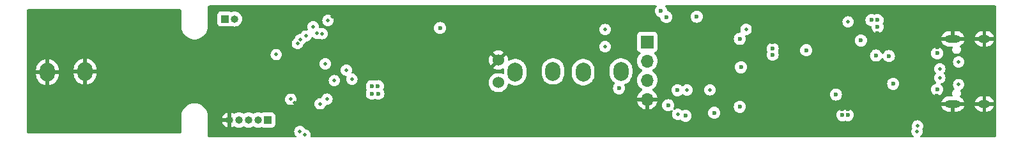
<source format=gbr>
%TF.GenerationSoftware,KiCad,Pcbnew,(7.0.0)*%
%TF.CreationDate,2023-05-08T01:10:33+02:00*%
%TF.ProjectId,Stacja Lutownicza V0.1,53746163-6a61-4204-9c75-746f776e6963,rev?*%
%TF.SameCoordinates,Original*%
%TF.FileFunction,Copper,L3,Inr*%
%TF.FilePolarity,Positive*%
%FSLAX46Y46*%
G04 Gerber Fmt 4.6, Leading zero omitted, Abs format (unit mm)*
G04 Created by KiCad (PCBNEW (7.0.0)) date 2023-05-08 01:10:33*
%MOMM*%
%LPD*%
G01*
G04 APERTURE LIST*
%TA.AperFunction,ComponentPad*%
%ADD10R,1.700000X1.700000*%
%TD*%
%TA.AperFunction,ComponentPad*%
%ADD11O,1.700000X1.700000*%
%TD*%
%TA.AperFunction,ComponentPad*%
%ADD12R,1.000000X1.000000*%
%TD*%
%TA.AperFunction,ComponentPad*%
%ADD13O,1.000000X1.000000*%
%TD*%
%TA.AperFunction,ComponentPad*%
%ADD14C,1.524000*%
%TD*%
%TA.AperFunction,ComponentPad*%
%ADD15O,2.100000X1.000000*%
%TD*%
%TA.AperFunction,ComponentPad*%
%ADD16O,1.600000X1.000000*%
%TD*%
%TA.AperFunction,ComponentPad*%
%ADD17O,2.000000X2.500000*%
%TD*%
%TA.AperFunction,ViaPad*%
%ADD18C,0.500000*%
%TD*%
%TA.AperFunction,ViaPad*%
%ADD19C,0.600000*%
%TD*%
G04 APERTURE END LIST*
D10*
%TO.N,SDA*%
%TO.C,OLED1*%
X178499999Y-87094999D03*
D11*
%TO.N,SCL*%
X178499999Y-89634999D03*
%TO.N,+3V3*%
X178499999Y-92174999D03*
%TO.N,GND*%
X178499999Y-94714999D03*
%TD*%
D12*
%TO.N,+3V3*%
%TO.C,BZ1*%
X122529999Y-84049999D03*
D13*
%TO.N,Net-(BZ1-+)*%
X123799999Y-84049999D03*
%TD*%
D14*
%TO.N,GND*%
%TO.C,SW4*%
X158750000Y-89500000D03*
%TO.N,TILT_SW*%
X158750000Y-92500000D03*
%TD*%
D15*
%TO.N,GND*%
%TO.C,J3*%
X218969999Y-86679999D03*
D16*
X223149999Y-86679999D03*
D15*
X218969999Y-95319999D03*
D16*
X223149999Y-95319999D03*
%TD*%
D17*
%TO.N,GND*%
%TO.C,E1*%
X103999999Y-90999999D03*
X98999999Y-91099999D03*
%TD*%
D12*
%TO.N,SWDIO*%
%TO.C,J1*%
X128199999Y-97449999D03*
D13*
%TO.N,SWCLK*%
X126929999Y-97449999D03*
%TO.N,NRST*%
X125659999Y-97449999D03*
%TO.N,+3V3*%
X124389999Y-97449999D03*
%TO.N,GND*%
X123119999Y-97449999D03*
%TD*%
D17*
%TO.N,T12_V-*%
%TO.C,-P1*%
X160999999Y-91099999D03*
X165999999Y-90999999D03*
%TD*%
%TO.N,T12_V+*%
%TO.C,+P1*%
X174999999Y-90999999D03*
X169999999Y-91099999D03*
%TD*%
D18*
%TO.N,Buzzer*%
X129325000Y-88775000D03*
%TO.N,GND*%
X120875000Y-89300000D03*
X120875000Y-88450000D03*
D19*
X141200000Y-84625000D03*
X143400000Y-84625000D03*
X145225000Y-84625000D03*
X187525000Y-97500000D03*
D18*
%TO.N,VDC*%
X183749500Y-93475000D03*
D19*
%TO.N,GND*%
X142350000Y-87725000D03*
D18*
%TO.N,Buzzer*%
X135825000Y-90000000D03*
%TO.N,GND*%
X127375000Y-85800000D03*
X133150000Y-84250000D03*
X130300000Y-84150000D03*
X131750000Y-95200000D03*
%TO.N,+3V3*%
X131250000Y-94700000D03*
D19*
%TO.N,GND*%
X142700000Y-91950000D03*
X141950000Y-91300000D03*
D18*
X136750000Y-83750000D03*
%TO.N,+3V3*%
X136175000Y-84250000D03*
X139350000Y-92050000D03*
D19*
%TO.N,GND*%
X143150000Y-88900000D03*
X143050000Y-86900000D03*
X141950000Y-91950000D03*
X142700000Y-91275000D03*
D18*
%TO.N,USB_D-*%
X133120000Y-99420000D03*
%TO.N,USB_D+*%
X132463009Y-98982328D03*
%TO.N,NRST*%
X134211673Y-85075000D03*
%TO.N,TILT_SW*%
X138625000Y-90825000D03*
%TO.N,PD_SAFE*%
X137025878Y-92231794D03*
X172900000Y-87725000D03*
X172900000Y-85450000D03*
X191575000Y-85425000D03*
%TO.N,SW_ON{slash}OFF*%
X205100000Y-84450000D03*
%TO.N,FLIP*%
X136048911Y-94680000D03*
%TO.N,INT*%
X135150000Y-95300000D03*
%TO.N,FLIP*%
X182512500Y-96700000D03*
%TO.N,INT*%
X186800000Y-93450000D03*
%TO.N,SCL*%
X135400000Y-86000000D03*
%TO.N,SDA*%
X134700000Y-85950000D03*
%TO.N,SW_NEXT*%
X132136416Y-87325000D03*
%TO.N,SW_BACK*%
X133250000Y-86300000D03*
%TO.N,SW_SELECT*%
X132550000Y-86750000D03*
D19*
%TO.N,VDC*%
X142000000Y-93950000D03*
X142000000Y-92950000D03*
X142850000Y-93950000D03*
X142800000Y-92950000D03*
%TO.N,GND*%
X174700000Y-95150000D03*
%TO.N,+3V3*%
X174750000Y-93250000D03*
%TO.N,GND*%
X162450000Y-83950000D03*
X152075000Y-87925000D03*
%TO.N,+3V3*%
X151025000Y-85250000D03*
%TO.N,GND*%
X159575000Y-84025000D03*
X160900000Y-85175000D03*
X159575000Y-83200000D03*
X162450000Y-83200000D03*
%TO.N,Net-(Q2-G)*%
X206800000Y-86900000D03*
%TO.N,VDC*%
X204350000Y-96800000D03*
%TO.N,GND*%
X204350000Y-95975000D03*
X216850000Y-95050000D03*
X216900000Y-87000000D03*
%TO.N,VBUS*%
X208800000Y-88900000D03*
%TO.N,GND*%
X213700000Y-86900000D03*
X213700000Y-86100000D03*
X213000000Y-86900000D03*
X213000000Y-86100000D03*
X209000000Y-86600000D03*
X209000000Y-85900000D03*
%TO.N,VBUS*%
X209000000Y-85100000D03*
X209000000Y-84200000D03*
%TO.N,GND*%
X195000000Y-97500000D03*
D18*
%TO.N,USB_D-*%
X214234615Y-98947387D03*
%TO.N,USB_D+*%
X214288972Y-98250000D03*
D19*
%TO.N,+3V3*%
X181250000Y-95500000D03*
%TO.N,SDA*%
X182500000Y-93500000D03*
%TO.N,CC2*%
X180300000Y-83000000D03*
%TO.N,CC1*%
X181009583Y-83789722D03*
%TO.N,GND*%
X204900000Y-89100000D03*
X216850000Y-94200000D03*
X183100000Y-83750000D03*
X190850000Y-88950000D03*
X195000000Y-96500000D03*
X195100000Y-86100000D03*
X203450000Y-89200000D03*
X204950000Y-90300000D03*
X195100000Y-87100000D03*
X195750000Y-97500000D03*
X205050000Y-95975000D03*
X190900000Y-84450000D03*
X186525000Y-84225000D03*
X199550000Y-86700000D03*
X190950000Y-93450000D03*
X216900000Y-87800000D03*
X210475000Y-97375000D03*
X190900000Y-97250000D03*
X214687500Y-93600000D03*
X195750000Y-96500000D03*
X200650000Y-91300000D03*
%TO.N,Net-(C21-Pad2)*%
X190900000Y-90450000D03*
%TO.N,Net-(F1-Pad2)*%
X216900000Y-88600000D03*
X216900000Y-93400000D03*
%TO.N,+3V3*%
X185050000Y-83750000D03*
X195100000Y-88000000D03*
X183547382Y-96897382D03*
X187350000Y-96500000D03*
X190750000Y-95700000D03*
X190750000Y-86700000D03*
X199550000Y-88200000D03*
X195100000Y-88800000D03*
D18*
%TO.N,CC1*%
X219750000Y-89750000D03*
%TO.N,Net-(J3-D+-PadA6)*%
X217250000Y-90650500D03*
X217250000Y-91849500D03*
%TO.N,CC2*%
X219750000Y-92750000D03*
D19*
%TO.N,VDC*%
X205050000Y-96800000D03*
X203475000Y-94075000D03*
%TO.N,VBUS*%
X210500000Y-88975000D03*
X211075000Y-92650000D03*
X208200000Y-84200000D03*
%TD*%
%TA.AperFunction,Conductor*%
%TO.N,GND*%
G36*
X179674355Y-82264015D02*
G01*
X179718378Y-82301615D01*
X179740533Y-82355102D01*
X179735991Y-82412818D01*
X179705741Y-82462181D01*
X179675112Y-82492809D01*
X179675108Y-82492813D01*
X179670184Y-82497738D01*
X179666479Y-82503633D01*
X179666476Y-82503638D01*
X179577912Y-82644587D01*
X179577910Y-82644590D01*
X179574211Y-82650478D01*
X179571915Y-82657036D01*
X179571913Y-82657043D01*
X179516930Y-82814175D01*
X179516928Y-82814182D01*
X179514632Y-82820745D01*
X179513852Y-82827662D01*
X179513852Y-82827665D01*
X179498508Y-82963852D01*
X179494435Y-83000000D01*
X179495215Y-83006923D01*
X179512408Y-83159521D01*
X179514632Y-83179255D01*
X179516928Y-83185819D01*
X179516930Y-83185824D01*
X179554559Y-83293360D01*
X179574211Y-83349522D01*
X179577912Y-83355412D01*
X179665954Y-83495531D01*
X179670184Y-83502262D01*
X179797738Y-83629816D01*
X179950478Y-83725789D01*
X180120745Y-83785368D01*
X180122450Y-83785560D01*
X180165879Y-83805479D01*
X180199635Y-83843250D01*
X180215470Y-83891368D01*
X180218959Y-83922334D01*
X180224215Y-83968977D01*
X180226514Y-83975546D01*
X180226514Y-83975547D01*
X180280166Y-84128878D01*
X180283794Y-84139244D01*
X180287495Y-84145134D01*
X180373456Y-84281941D01*
X180379767Y-84291984D01*
X180507321Y-84419538D01*
X180660061Y-84515511D01*
X180830328Y-84575090D01*
X181009583Y-84595287D01*
X181188838Y-84575090D01*
X181359105Y-84515511D01*
X181511845Y-84419538D01*
X181639399Y-84291984D01*
X181735372Y-84139244D01*
X181794951Y-83968977D01*
X181815148Y-83789722D01*
X181810672Y-83750000D01*
X184244435Y-83750000D01*
X184245215Y-83756923D01*
X184263185Y-83916418D01*
X184264632Y-83929255D01*
X184266928Y-83935819D01*
X184266930Y-83935824D01*
X184321913Y-84092956D01*
X184324211Y-84099522D01*
X184338530Y-84122310D01*
X184391695Y-84206923D01*
X184420184Y-84252262D01*
X184547738Y-84379816D01*
X184700478Y-84475789D01*
X184870745Y-84535368D01*
X185050000Y-84555565D01*
X185229255Y-84535368D01*
X185399522Y-84475789D01*
X185440565Y-84450000D01*
X204344751Y-84450000D01*
X204345531Y-84456923D01*
X204362906Y-84611135D01*
X204362907Y-84611142D01*
X204363687Y-84618059D01*
X204365986Y-84624630D01*
X204365987Y-84624633D01*
X204416693Y-84769544D01*
X204419544Y-84777690D01*
X204509523Y-84920890D01*
X204629110Y-85040477D01*
X204772310Y-85130456D01*
X204931941Y-85186313D01*
X205100000Y-85205249D01*
X205268059Y-85186313D01*
X205427690Y-85130456D01*
X205570890Y-85040477D01*
X205690477Y-84920890D01*
X205780456Y-84777690D01*
X205836313Y-84618059D01*
X205855249Y-84450000D01*
X205836313Y-84281941D01*
X205807641Y-84200000D01*
X207394435Y-84200000D01*
X207395215Y-84206923D01*
X207407927Y-84319751D01*
X207414632Y-84379255D01*
X207416928Y-84385819D01*
X207416930Y-84385824D01*
X207471913Y-84542955D01*
X207474211Y-84549522D01*
X207477911Y-84555410D01*
X207477912Y-84555412D01*
X207565954Y-84695531D01*
X207570184Y-84702262D01*
X207697738Y-84829816D01*
X207850478Y-84925789D01*
X208020745Y-84985368D01*
X208085327Y-84992644D01*
X208137409Y-85010869D01*
X208176431Y-85049891D01*
X208194658Y-85101979D01*
X208213675Y-85270768D01*
X208214632Y-85279255D01*
X208216928Y-85285819D01*
X208216930Y-85285824D01*
X208271913Y-85442956D01*
X208274211Y-85449522D01*
X208277912Y-85455412D01*
X208364336Y-85592956D01*
X208370184Y-85602262D01*
X208497738Y-85729816D01*
X208650478Y-85825789D01*
X208820745Y-85885368D01*
X209000000Y-85905565D01*
X209179255Y-85885368D01*
X209349522Y-85825789D01*
X209502262Y-85729816D01*
X209629816Y-85602262D01*
X209725789Y-85449522D01*
X209785368Y-85279255D01*
X209805565Y-85100000D01*
X209785368Y-84920745D01*
X209725789Y-84750478D01*
X209722060Y-84744544D01*
X209704107Y-84715971D01*
X209685101Y-84649998D01*
X209704107Y-84584027D01*
X209725789Y-84549522D01*
X209785368Y-84379255D01*
X209805565Y-84200000D01*
X209785368Y-84020745D01*
X209725789Y-83850478D01*
X209629816Y-83697738D01*
X209502262Y-83570184D01*
X209349522Y-83474211D01*
X209342959Y-83471914D01*
X209342956Y-83471913D01*
X209185824Y-83416930D01*
X209185819Y-83416928D01*
X209179255Y-83414632D01*
X209172335Y-83413852D01*
X209172334Y-83413852D01*
X209006923Y-83395215D01*
X209000000Y-83394435D01*
X208993077Y-83395215D01*
X208827665Y-83413852D01*
X208827662Y-83413852D01*
X208820745Y-83414632D01*
X208814182Y-83416928D01*
X208814175Y-83416930D01*
X208657042Y-83471913D01*
X208657033Y-83471917D01*
X208650478Y-83474211D01*
X208650421Y-83474246D01*
X208600000Y-83485755D01*
X208549578Y-83474246D01*
X208549522Y-83474211D01*
X208542963Y-83471915D01*
X208542957Y-83471913D01*
X208385824Y-83416930D01*
X208385819Y-83416928D01*
X208379255Y-83414632D01*
X208372335Y-83413852D01*
X208372334Y-83413852D01*
X208206923Y-83395215D01*
X208200000Y-83394435D01*
X208193077Y-83395215D01*
X208027665Y-83413852D01*
X208027662Y-83413852D01*
X208020745Y-83414632D01*
X208014182Y-83416928D01*
X208014175Y-83416930D01*
X207857043Y-83471913D01*
X207857036Y-83471915D01*
X207850478Y-83474211D01*
X207844590Y-83477910D01*
X207844587Y-83477912D01*
X207703638Y-83566476D01*
X207703633Y-83566479D01*
X207697738Y-83570184D01*
X207692813Y-83575108D01*
X207692809Y-83575112D01*
X207575112Y-83692809D01*
X207575108Y-83692813D01*
X207570184Y-83697738D01*
X207566479Y-83703633D01*
X207566476Y-83703638D01*
X207477912Y-83844587D01*
X207477910Y-83844590D01*
X207474211Y-83850478D01*
X207471915Y-83857036D01*
X207471913Y-83857043D01*
X207416930Y-84014175D01*
X207416928Y-84014182D01*
X207414632Y-84020745D01*
X207394435Y-84200000D01*
X205807641Y-84200000D01*
X205780456Y-84122310D01*
X205690477Y-83979110D01*
X205570890Y-83859523D01*
X205427690Y-83769544D01*
X205421124Y-83767246D01*
X205421121Y-83767245D01*
X205274633Y-83715987D01*
X205274630Y-83715986D01*
X205268059Y-83713687D01*
X205261142Y-83712907D01*
X205261135Y-83712906D01*
X205106923Y-83695531D01*
X205100000Y-83694751D01*
X205093077Y-83695531D01*
X204938864Y-83712906D01*
X204938855Y-83712907D01*
X204931941Y-83713687D01*
X204925371Y-83715985D01*
X204925366Y-83715987D01*
X204778878Y-83767245D01*
X204778872Y-83767247D01*
X204772310Y-83769544D01*
X204766419Y-83773245D01*
X204766418Y-83773246D01*
X204635010Y-83855815D01*
X204635005Y-83855818D01*
X204629110Y-83859523D01*
X204624185Y-83864447D01*
X204624181Y-83864451D01*
X204514451Y-83974181D01*
X204514447Y-83974185D01*
X204509523Y-83979110D01*
X204505818Y-83985005D01*
X204505815Y-83985010D01*
X204430162Y-84105412D01*
X204419544Y-84122310D01*
X204417247Y-84128872D01*
X204417245Y-84128878D01*
X204365987Y-84275366D01*
X204365985Y-84275371D01*
X204363687Y-84281941D01*
X204362907Y-84288855D01*
X204362906Y-84288864D01*
X204346472Y-84434727D01*
X204344751Y-84450000D01*
X185440565Y-84450000D01*
X185552262Y-84379816D01*
X185679816Y-84252262D01*
X185775789Y-84099522D01*
X185835368Y-83929255D01*
X185855565Y-83750000D01*
X185835368Y-83570745D01*
X185775789Y-83400478D01*
X185679816Y-83247738D01*
X185552262Y-83120184D01*
X185525079Y-83103104D01*
X185405412Y-83027912D01*
X185399522Y-83024211D01*
X185392959Y-83021914D01*
X185392956Y-83021913D01*
X185235824Y-82966930D01*
X185235819Y-82966928D01*
X185229255Y-82964632D01*
X185222335Y-82963852D01*
X185222334Y-82963852D01*
X185056923Y-82945215D01*
X185050000Y-82944435D01*
X185043077Y-82945215D01*
X184877665Y-82963852D01*
X184877662Y-82963852D01*
X184870745Y-82964632D01*
X184864182Y-82966928D01*
X184864175Y-82966930D01*
X184707043Y-83021913D01*
X184707036Y-83021915D01*
X184700478Y-83024211D01*
X184694590Y-83027910D01*
X184694587Y-83027912D01*
X184553638Y-83116476D01*
X184553633Y-83116479D01*
X184547738Y-83120184D01*
X184542813Y-83125108D01*
X184542809Y-83125112D01*
X184425112Y-83242809D01*
X184425108Y-83242813D01*
X184420184Y-83247738D01*
X184416479Y-83253633D01*
X184416476Y-83253638D01*
X184327912Y-83394587D01*
X184327910Y-83394590D01*
X184324211Y-83400478D01*
X184321915Y-83407036D01*
X184321913Y-83407043D01*
X184266930Y-83564175D01*
X184266928Y-83564182D01*
X184264632Y-83570745D01*
X184263852Y-83577662D01*
X184263852Y-83577665D01*
X184255047Y-83655815D01*
X184244435Y-83750000D01*
X181810672Y-83750000D01*
X181794951Y-83610467D01*
X181735372Y-83440200D01*
X181639399Y-83287460D01*
X181511845Y-83159906D01*
X181458501Y-83126388D01*
X181364995Y-83067634D01*
X181359105Y-83063933D01*
X181352542Y-83061636D01*
X181352539Y-83061635D01*
X181195403Y-83006651D01*
X181195401Y-83006650D01*
X181188838Y-83004354D01*
X181187130Y-83004161D01*
X181143699Y-82984239D01*
X181109945Y-82946468D01*
X181094112Y-82898351D01*
X181089041Y-82853348D01*
X181085368Y-82820745D01*
X181025789Y-82650478D01*
X180929816Y-82497738D01*
X180894259Y-82462181D01*
X180864009Y-82412818D01*
X180859467Y-82355102D01*
X180881622Y-82301615D01*
X180925645Y-82264015D01*
X180981940Y-82250500D01*
X224455830Y-82250500D01*
X224490244Y-82250500D01*
X224509631Y-82252025D01*
X224557706Y-82259639D01*
X224594595Y-82271625D01*
X224629156Y-82289235D01*
X224660538Y-82312036D01*
X224687963Y-82339461D01*
X224710766Y-82370846D01*
X224728372Y-82405399D01*
X224740361Y-82442297D01*
X224747973Y-82490358D01*
X224749500Y-82509756D01*
X224749500Y-99490244D01*
X224747973Y-99509642D01*
X224740361Y-99557702D01*
X224728372Y-99594600D01*
X224710766Y-99629153D01*
X224687963Y-99660538D01*
X224660538Y-99687963D01*
X224629153Y-99710766D01*
X224594600Y-99728372D01*
X224557702Y-99740361D01*
X224522884Y-99745875D01*
X224509640Y-99747973D01*
X224490244Y-99749500D01*
X214793231Y-99749500D01*
X214736936Y-99735985D01*
X214692913Y-99698385D01*
X214670758Y-99644898D01*
X214675300Y-99587182D01*
X214705550Y-99537819D01*
X214753125Y-99490244D01*
X214825092Y-99418277D01*
X214915071Y-99275077D01*
X214970928Y-99115446D01*
X214989864Y-98947387D01*
X214970928Y-98779328D01*
X214944794Y-98704644D01*
X214938616Y-98649804D01*
X214956844Y-98597716D01*
X214969428Y-98577690D01*
X215025285Y-98418059D01*
X215044221Y-98250000D01*
X215025285Y-98081941D01*
X214969428Y-97922310D01*
X214879449Y-97779110D01*
X214759862Y-97659523D01*
X214738550Y-97646132D01*
X214696117Y-97619469D01*
X214616662Y-97569544D01*
X214610096Y-97567246D01*
X214610093Y-97567245D01*
X214463605Y-97515987D01*
X214463602Y-97515986D01*
X214457031Y-97513687D01*
X214450114Y-97512907D01*
X214450107Y-97512906D01*
X214295895Y-97495531D01*
X214288972Y-97494751D01*
X214282049Y-97495531D01*
X214127836Y-97512906D01*
X214127827Y-97512907D01*
X214120913Y-97513687D01*
X214114343Y-97515985D01*
X214114338Y-97515987D01*
X213967850Y-97567245D01*
X213967844Y-97567247D01*
X213961282Y-97569544D01*
X213955391Y-97573245D01*
X213955390Y-97573246D01*
X213823982Y-97655815D01*
X213823977Y-97655818D01*
X213818082Y-97659523D01*
X213813157Y-97664447D01*
X213813153Y-97664451D01*
X213703423Y-97774181D01*
X213703419Y-97774185D01*
X213698495Y-97779110D01*
X213694790Y-97785005D01*
X213694787Y-97785010D01*
X213612218Y-97916418D01*
X213608516Y-97922310D01*
X213606219Y-97928872D01*
X213606217Y-97928878D01*
X213554959Y-98075366D01*
X213554957Y-98075371D01*
X213552659Y-98081941D01*
X213551879Y-98088855D01*
X213551878Y-98088864D01*
X213536218Y-98227859D01*
X213533723Y-98250000D01*
X213534503Y-98256923D01*
X213551878Y-98411135D01*
X213551879Y-98411142D01*
X213552659Y-98418059D01*
X213554958Y-98424630D01*
X213554959Y-98424633D01*
X213578791Y-98492742D01*
X213584970Y-98547578D01*
X213566745Y-98599664D01*
X213557863Y-98613799D01*
X213557856Y-98613812D01*
X213554159Y-98619697D01*
X213551862Y-98626259D01*
X213551860Y-98626265D01*
X213500602Y-98772753D01*
X213500600Y-98772758D01*
X213498302Y-98779328D01*
X213497522Y-98786242D01*
X213497521Y-98786251D01*
X213480146Y-98940464D01*
X213479366Y-98947387D01*
X213480146Y-98954310D01*
X213497521Y-99108522D01*
X213497522Y-99108529D01*
X213498302Y-99115446D01*
X213500601Y-99122017D01*
X213500602Y-99122020D01*
X213548485Y-99258864D01*
X213554159Y-99275077D01*
X213644138Y-99418277D01*
X213649065Y-99423204D01*
X213649066Y-99423205D01*
X213763680Y-99537819D01*
X213793930Y-99587182D01*
X213798472Y-99644898D01*
X213776317Y-99698385D01*
X213732294Y-99735985D01*
X213675999Y-99749500D01*
X133974157Y-99749500D01*
X133920356Y-99737221D01*
X133877211Y-99702814D01*
X133853267Y-99653095D01*
X133853265Y-99597911D01*
X133854013Y-99594631D01*
X133856313Y-99588059D01*
X133875249Y-99420000D01*
X133856313Y-99251941D01*
X133800456Y-99092310D01*
X133710477Y-98949110D01*
X133590890Y-98829523D01*
X133577631Y-98821192D01*
X133522023Y-98786251D01*
X133447690Y-98739544D01*
X133441124Y-98737246D01*
X133441121Y-98737245D01*
X133294633Y-98685987D01*
X133294630Y-98685986D01*
X133288059Y-98683687D01*
X133281142Y-98682907D01*
X133281135Y-98682906D01*
X133211429Y-98675052D01*
X133159341Y-98656825D01*
X133120321Y-98617805D01*
X133053486Y-98511438D01*
X132933899Y-98391851D01*
X132790699Y-98301872D01*
X132784133Y-98299574D01*
X132784130Y-98299573D01*
X132637642Y-98248315D01*
X132637639Y-98248314D01*
X132631068Y-98246015D01*
X132624151Y-98245235D01*
X132624144Y-98245234D01*
X132469932Y-98227859D01*
X132463009Y-98227079D01*
X132456086Y-98227859D01*
X132301873Y-98245234D01*
X132301864Y-98245235D01*
X132294950Y-98246015D01*
X132288380Y-98248313D01*
X132288375Y-98248315D01*
X132141887Y-98299573D01*
X132141881Y-98299575D01*
X132135319Y-98301872D01*
X132129428Y-98305573D01*
X132129427Y-98305574D01*
X131998019Y-98388143D01*
X131998014Y-98388146D01*
X131992119Y-98391851D01*
X131987194Y-98396775D01*
X131987190Y-98396779D01*
X131877460Y-98506509D01*
X131877456Y-98506513D01*
X131872532Y-98511438D01*
X131868827Y-98517333D01*
X131868824Y-98517338D01*
X131808214Y-98613799D01*
X131782553Y-98654638D01*
X131780256Y-98661200D01*
X131780254Y-98661206D01*
X131728996Y-98807694D01*
X131728994Y-98807699D01*
X131726696Y-98814269D01*
X131725916Y-98821183D01*
X131725915Y-98821192D01*
X131708540Y-98975405D01*
X131707760Y-98982328D01*
X131708540Y-98989251D01*
X131725915Y-99143463D01*
X131725916Y-99143470D01*
X131726696Y-99150387D01*
X131728995Y-99156958D01*
X131728996Y-99156961D01*
X131770326Y-99275077D01*
X131782553Y-99310018D01*
X131872532Y-99453218D01*
X131877459Y-99458145D01*
X131877460Y-99458146D01*
X131957133Y-99537819D01*
X131987383Y-99587182D01*
X131991925Y-99644898D01*
X131969770Y-99698385D01*
X131925747Y-99735985D01*
X131869452Y-99749500D01*
X120509756Y-99749500D01*
X120490359Y-99747973D01*
X120442297Y-99740361D01*
X120405400Y-99728372D01*
X120370845Y-99710765D01*
X120339461Y-99687963D01*
X120312036Y-99660538D01*
X120289235Y-99629156D01*
X120271625Y-99594595D01*
X120259639Y-99557706D01*
X120252025Y-99509631D01*
X120250500Y-99490244D01*
X120250500Y-97702612D01*
X122154361Y-97702612D01*
X122155054Y-97713896D01*
X122189883Y-97828712D01*
X122194520Y-97839905D01*
X122281633Y-98002882D01*
X122288374Y-98012970D01*
X122405609Y-98155821D01*
X122414178Y-98164390D01*
X122557029Y-98281625D01*
X122567117Y-98288366D01*
X122730094Y-98375479D01*
X122741287Y-98380116D01*
X122856103Y-98414945D01*
X122867387Y-98415638D01*
X122870000Y-98404637D01*
X123370000Y-98404637D01*
X123372612Y-98415638D01*
X123383896Y-98414945D01*
X123498712Y-98380116D01*
X123509905Y-98375479D01*
X123672885Y-98288364D01*
X123685656Y-98279832D01*
X123730355Y-98261316D01*
X123778738Y-98261315D01*
X123823438Y-98279830D01*
X123826751Y-98282043D01*
X123831462Y-98285910D01*
X123836834Y-98288781D01*
X123836838Y-98288784D01*
X123881878Y-98312858D01*
X124005273Y-98378814D01*
X124193868Y-98436024D01*
X124390000Y-98455341D01*
X124586132Y-98436024D01*
X124774727Y-98378814D01*
X124948538Y-98285910D01*
X124953249Y-98282043D01*
X124956107Y-98280134D01*
X125000805Y-98261618D01*
X125049187Y-98261617D01*
X125093886Y-98280130D01*
X125096754Y-98282046D01*
X125101462Y-98285910D01*
X125275273Y-98378814D01*
X125463868Y-98436024D01*
X125660000Y-98455341D01*
X125856132Y-98436024D01*
X126044727Y-98378814D01*
X126218538Y-98285910D01*
X126223249Y-98282043D01*
X126226107Y-98280134D01*
X126270805Y-98261618D01*
X126319187Y-98261617D01*
X126363886Y-98280130D01*
X126366754Y-98282046D01*
X126371462Y-98285910D01*
X126545273Y-98378814D01*
X126733868Y-98436024D01*
X126930000Y-98455341D01*
X127126132Y-98436024D01*
X127314727Y-98378814D01*
X127320106Y-98375938D01*
X127325726Y-98373611D01*
X127326563Y-98375633D01*
X127384702Y-98363391D01*
X127442346Y-98385037D01*
X127442787Y-98384231D01*
X127448485Y-98387342D01*
X127449615Y-98387767D01*
X127457669Y-98393796D01*
X127592517Y-98444091D01*
X127652127Y-98450500D01*
X128747872Y-98450499D01*
X128807483Y-98444091D01*
X128942331Y-98393796D01*
X129057546Y-98307546D01*
X129143796Y-98192331D01*
X129194091Y-98057483D01*
X129200500Y-97997873D01*
X129200499Y-96902128D01*
X129194091Y-96842517D01*
X129143796Y-96707669D01*
X129057546Y-96592454D01*
X128982945Y-96536608D01*
X128949431Y-96511519D01*
X128949430Y-96511518D01*
X128942331Y-96506204D01*
X128829112Y-96463976D01*
X128814752Y-96458620D01*
X128814750Y-96458619D01*
X128807483Y-96455909D01*
X128799770Y-96455079D01*
X128799767Y-96455079D01*
X128751180Y-96449855D01*
X128751169Y-96449854D01*
X128747873Y-96449500D01*
X128744550Y-96449500D01*
X127655439Y-96449500D01*
X127655420Y-96449500D01*
X127652128Y-96449501D01*
X127648850Y-96449853D01*
X127648838Y-96449854D01*
X127600231Y-96455079D01*
X127600225Y-96455080D01*
X127592517Y-96455909D01*
X127585252Y-96458618D01*
X127585246Y-96458620D01*
X127465980Y-96503104D01*
X127465978Y-96503104D01*
X127457669Y-96506204D01*
X127450570Y-96511517D01*
X127450563Y-96511522D01*
X127449611Y-96512235D01*
X127448480Y-96512659D01*
X127442784Y-96515770D01*
X127442343Y-96514963D01*
X127384697Y-96536608D01*
X127326565Y-96524365D01*
X127325727Y-96526389D01*
X127320102Y-96524059D01*
X127314727Y-96521186D01*
X127273993Y-96508829D01*
X127131962Y-96465744D01*
X127131957Y-96465743D01*
X127126132Y-96463976D01*
X127120073Y-96463379D01*
X127120067Y-96463378D01*
X126936062Y-96445256D01*
X126930000Y-96444659D01*
X126923938Y-96445256D01*
X126739932Y-96463378D01*
X126739924Y-96463379D01*
X126733868Y-96463976D01*
X126728044Y-96465742D01*
X126728037Y-96465744D01*
X126551100Y-96519418D01*
X126551096Y-96519419D01*
X126545273Y-96521186D01*
X126539907Y-96524053D01*
X126539900Y-96524057D01*
X126376831Y-96611219D01*
X126376821Y-96611225D01*
X126371462Y-96614090D01*
X126366761Y-96617947D01*
X126363886Y-96619869D01*
X126319189Y-96638382D01*
X126270811Y-96638382D01*
X126226114Y-96619869D01*
X126223238Y-96617947D01*
X126218538Y-96614090D01*
X126213173Y-96611222D01*
X126213168Y-96611219D01*
X126050099Y-96524057D01*
X126050095Y-96524055D01*
X126044727Y-96521186D01*
X126038899Y-96519418D01*
X125861962Y-96465744D01*
X125861957Y-96465743D01*
X125856132Y-96463976D01*
X125850073Y-96463379D01*
X125850067Y-96463378D01*
X125666062Y-96445256D01*
X125660000Y-96444659D01*
X125653938Y-96445256D01*
X125469932Y-96463378D01*
X125469924Y-96463379D01*
X125463868Y-96463976D01*
X125458044Y-96465742D01*
X125458037Y-96465744D01*
X125281100Y-96519418D01*
X125281096Y-96519419D01*
X125275273Y-96521186D01*
X125269907Y-96524053D01*
X125269900Y-96524057D01*
X125106831Y-96611219D01*
X125106821Y-96611225D01*
X125101462Y-96614090D01*
X125096761Y-96617947D01*
X125093886Y-96619869D01*
X125049189Y-96638382D01*
X125000811Y-96638382D01*
X124956114Y-96619869D01*
X124953238Y-96617947D01*
X124948538Y-96614090D01*
X124943173Y-96611222D01*
X124943168Y-96611219D01*
X124780099Y-96524057D01*
X124780095Y-96524055D01*
X124774727Y-96521186D01*
X124768899Y-96519418D01*
X124591962Y-96465744D01*
X124591957Y-96465743D01*
X124586132Y-96463976D01*
X124580073Y-96463379D01*
X124580067Y-96463378D01*
X124396062Y-96445256D01*
X124390000Y-96444659D01*
X124383938Y-96445256D01*
X124199932Y-96463378D01*
X124199924Y-96463379D01*
X124193868Y-96463976D01*
X124188044Y-96465742D01*
X124188037Y-96465744D01*
X124011100Y-96519418D01*
X124011096Y-96519419D01*
X124005273Y-96521186D01*
X123999907Y-96524053D01*
X123999900Y-96524057D01*
X123836831Y-96611219D01*
X123836821Y-96611225D01*
X123831462Y-96614090D01*
X123826762Y-96617947D01*
X123823434Y-96620171D01*
X123778736Y-96638684D01*
X123730357Y-96638683D01*
X123685660Y-96620170D01*
X123672885Y-96611634D01*
X123509905Y-96524520D01*
X123498712Y-96519883D01*
X123383896Y-96485054D01*
X123372612Y-96484361D01*
X123370000Y-96495363D01*
X123370000Y-98404637D01*
X122870000Y-98404637D01*
X122870000Y-97716326D01*
X122866549Y-97703450D01*
X122853674Y-97700000D01*
X122165363Y-97700000D01*
X122154361Y-97702612D01*
X120250500Y-97702612D01*
X120250500Y-97197387D01*
X122154361Y-97197387D01*
X122165363Y-97200000D01*
X122853674Y-97200000D01*
X122866549Y-97196549D01*
X122870000Y-97183674D01*
X122870000Y-96495363D01*
X122867387Y-96484361D01*
X122856103Y-96485054D01*
X122741287Y-96519883D01*
X122730094Y-96524520D01*
X122567117Y-96611633D01*
X122557029Y-96618374D01*
X122414178Y-96735609D01*
X122405609Y-96744178D01*
X122288374Y-96887029D01*
X122281633Y-96897117D01*
X122194520Y-97060094D01*
X122189883Y-97071287D01*
X122155054Y-97186103D01*
X122154361Y-97197387D01*
X120250500Y-97197387D01*
X120250500Y-96879228D01*
X120250500Y-96874802D01*
X120214864Y-96626954D01*
X120144320Y-96386700D01*
X120040301Y-96158932D01*
X119904927Y-95948285D01*
X119740952Y-95759048D01*
X119551715Y-95595073D01*
X119543680Y-95589909D01*
X119344789Y-95462090D01*
X119344785Y-95462088D01*
X119341068Y-95459699D01*
X119337046Y-95457862D01*
X119337042Y-95457860D01*
X119159443Y-95376753D01*
X119113300Y-95355680D01*
X119095583Y-95350478D01*
X118877303Y-95286386D01*
X118873046Y-95285136D01*
X118868666Y-95284506D01*
X118868656Y-95284504D01*
X118629578Y-95250129D01*
X118629567Y-95250128D01*
X118625198Y-95249500D01*
X118374802Y-95249500D01*
X118370433Y-95250128D01*
X118370421Y-95250129D01*
X118131343Y-95284504D01*
X118131330Y-95284506D01*
X118126954Y-95285136D01*
X118122699Y-95286385D01*
X118122696Y-95286386D01*
X117890949Y-95354432D01*
X117890943Y-95354433D01*
X117886700Y-95355680D01*
X117882674Y-95357518D01*
X117882673Y-95357519D01*
X117662957Y-95457860D01*
X117662947Y-95457865D01*
X117658932Y-95459699D01*
X117655220Y-95462084D01*
X117655210Y-95462090D01*
X117452004Y-95592682D01*
X117451994Y-95592688D01*
X117448285Y-95595073D01*
X117444950Y-95597962D01*
X117444943Y-95597968D01*
X117262388Y-95756153D01*
X117262381Y-95756159D01*
X117259048Y-95759048D01*
X117256159Y-95762381D01*
X117256153Y-95762388D01*
X117097968Y-95944943D01*
X117097962Y-95944950D01*
X117095073Y-95948285D01*
X117092688Y-95951994D01*
X117092682Y-95952004D01*
X116962090Y-96155210D01*
X116962084Y-96155220D01*
X116959699Y-96158932D01*
X116957865Y-96162947D01*
X116957860Y-96162957D01*
X116881658Y-96329816D01*
X116855680Y-96386700D01*
X116854433Y-96390943D01*
X116854432Y-96390949D01*
X116786959Y-96620745D01*
X116785136Y-96626954D01*
X116784506Y-96631330D01*
X116784504Y-96631343D01*
X116750129Y-96870421D01*
X116750128Y-96870433D01*
X116749500Y-96874802D01*
X116749500Y-96879228D01*
X116749500Y-98990244D01*
X116747973Y-99009642D01*
X116740361Y-99057702D01*
X116728372Y-99094600D01*
X116710766Y-99129153D01*
X116687963Y-99160538D01*
X116660538Y-99187963D01*
X116629153Y-99210766D01*
X116594600Y-99228372D01*
X116557702Y-99240361D01*
X116526102Y-99245366D01*
X116509640Y-99247973D01*
X116490244Y-99249500D01*
X96509756Y-99249500D01*
X96490359Y-99247973D01*
X96442297Y-99240361D01*
X96405400Y-99228372D01*
X96370845Y-99210765D01*
X96339461Y-99187963D01*
X96312036Y-99160538D01*
X96289235Y-99129156D01*
X96271625Y-99094595D01*
X96259639Y-99057706D01*
X96252025Y-99009631D01*
X96250500Y-98990244D01*
X96250500Y-94700000D01*
X130494751Y-94700000D01*
X130495531Y-94706923D01*
X130512906Y-94861135D01*
X130512907Y-94861142D01*
X130513687Y-94868059D01*
X130515986Y-94874630D01*
X130515987Y-94874633D01*
X130562545Y-95007690D01*
X130569544Y-95027690D01*
X130630918Y-95125366D01*
X130650052Y-95155818D01*
X130659523Y-95170890D01*
X130779110Y-95290477D01*
X130922310Y-95380456D01*
X131081941Y-95436313D01*
X131250000Y-95455249D01*
X131418059Y-95436313D01*
X131577690Y-95380456D01*
X131705734Y-95300000D01*
X134394751Y-95300000D01*
X134395531Y-95306923D01*
X134412906Y-95461135D01*
X134412907Y-95461142D01*
X134413687Y-95468059D01*
X134415986Y-95474630D01*
X134415987Y-95474633D01*
X134467245Y-95621121D01*
X134467246Y-95621124D01*
X134469544Y-95627690D01*
X134559523Y-95770890D01*
X134679110Y-95890477D01*
X134822310Y-95980456D01*
X134981941Y-96036313D01*
X135150000Y-96055249D01*
X135318059Y-96036313D01*
X135477690Y-95980456D01*
X135620890Y-95890477D01*
X135740477Y-95770890D01*
X135830456Y-95627690D01*
X135870866Y-95512202D01*
X135900226Y-95465478D01*
X135946954Y-95436117D01*
X136001788Y-95429939D01*
X136048911Y-95435249D01*
X136216970Y-95416313D01*
X136376601Y-95360456D01*
X136519801Y-95270477D01*
X136639388Y-95150890D01*
X136729367Y-95007690D01*
X136743412Y-94967551D01*
X177172688Y-94967551D01*
X177173056Y-94978780D01*
X177225168Y-95173263D01*
X177228856Y-95183397D01*
X177324113Y-95387676D01*
X177329501Y-95397008D01*
X177458784Y-95581643D01*
X177465721Y-95589909D01*
X177625090Y-95749278D01*
X177633356Y-95756215D01*
X177817991Y-95885498D01*
X177827323Y-95890886D01*
X178031602Y-95986143D01*
X178041736Y-95989831D01*
X178236219Y-96041943D01*
X178247448Y-96042311D01*
X178250000Y-96031369D01*
X178750000Y-96031369D01*
X178752551Y-96042311D01*
X178763780Y-96041943D01*
X178958263Y-95989831D01*
X178968397Y-95986143D01*
X179172676Y-95890886D01*
X179182008Y-95885498D01*
X179366643Y-95756215D01*
X179374909Y-95749278D01*
X179534278Y-95589909D01*
X179541215Y-95581643D01*
X179598382Y-95500000D01*
X180444435Y-95500000D01*
X180445215Y-95506923D01*
X180454161Y-95586326D01*
X180464632Y-95679255D01*
X180466928Y-95685819D01*
X180466930Y-95685824D01*
X180502940Y-95788734D01*
X180524211Y-95849522D01*
X180527911Y-95855410D01*
X180527912Y-95855412D01*
X180604155Y-95976753D01*
X180620184Y-96002262D01*
X180747738Y-96129816D01*
X180900478Y-96225789D01*
X181070745Y-96285368D01*
X181250000Y-96305565D01*
X181429255Y-96285368D01*
X181599522Y-96225789D01*
X181675855Y-96177825D01*
X181739043Y-96158850D01*
X181803020Y-96174970D01*
X181849674Y-96221622D01*
X181865796Y-96285598D01*
X181846823Y-96348788D01*
X181835746Y-96366417D01*
X181835743Y-96366422D01*
X181832044Y-96372310D01*
X181829747Y-96378872D01*
X181829745Y-96378878D01*
X181778487Y-96525366D01*
X181778485Y-96525371D01*
X181776187Y-96531941D01*
X181775407Y-96538855D01*
X181775406Y-96538864D01*
X181760368Y-96672334D01*
X181757251Y-96700000D01*
X181758031Y-96706923D01*
X181775406Y-96861135D01*
X181775407Y-96861142D01*
X181776187Y-96868059D01*
X181778486Y-96874630D01*
X181778487Y-96874633D01*
X181824870Y-97007190D01*
X181832044Y-97027690D01*
X181835746Y-97033581D01*
X181908596Y-97149522D01*
X181922023Y-97170890D01*
X182041610Y-97290477D01*
X182184810Y-97380456D01*
X182344441Y-97436313D01*
X182351364Y-97437093D01*
X182465914Y-97450000D01*
X182512500Y-97455249D01*
X182680559Y-97436313D01*
X182688533Y-97433523D01*
X182725847Y-97420466D01*
X182809754Y-97391105D01*
X182878299Y-97387256D01*
X182938388Y-97420466D01*
X183045120Y-97527198D01*
X183197860Y-97623171D01*
X183368127Y-97682750D01*
X183547382Y-97702947D01*
X183726637Y-97682750D01*
X183896904Y-97623171D01*
X184049644Y-97527198D01*
X184177198Y-97399644D01*
X184273171Y-97246904D01*
X184332750Y-97076637D01*
X184352947Y-96897382D01*
X184332750Y-96718127D01*
X184273171Y-96547860D01*
X184243099Y-96500000D01*
X186544435Y-96500000D01*
X186545215Y-96506923D01*
X186558039Y-96620745D01*
X186564632Y-96679255D01*
X186566928Y-96685819D01*
X186566930Y-96685824D01*
X186621913Y-96842956D01*
X186624211Y-96849522D01*
X186720184Y-97002262D01*
X186847738Y-97129816D01*
X187000478Y-97225789D01*
X187170745Y-97285368D01*
X187350000Y-97305565D01*
X187529255Y-97285368D01*
X187699522Y-97225789D01*
X187852262Y-97129816D01*
X187979816Y-97002262D01*
X188075789Y-96849522D01*
X188093117Y-96800000D01*
X203544435Y-96800000D01*
X203564632Y-96979255D01*
X203566928Y-96985819D01*
X203566930Y-96985824D01*
X203621913Y-97142956D01*
X203624211Y-97149522D01*
X203627912Y-97155412D01*
X203681274Y-97240338D01*
X203720184Y-97302262D01*
X203847738Y-97429816D01*
X204000478Y-97525789D01*
X204170745Y-97585368D01*
X204350000Y-97605565D01*
X204529255Y-97585368D01*
X204535828Y-97583067D01*
X204535832Y-97583067D01*
X204659045Y-97539953D01*
X204700000Y-97532994D01*
X204740955Y-97539953D01*
X204864167Y-97583067D01*
X204864173Y-97583068D01*
X204870745Y-97585368D01*
X205050000Y-97605565D01*
X205229255Y-97585368D01*
X205399522Y-97525789D01*
X205552262Y-97429816D01*
X205679816Y-97302262D01*
X205775789Y-97149522D01*
X205835368Y-96979255D01*
X205855565Y-96800000D01*
X205835368Y-96620745D01*
X205775789Y-96450478D01*
X205679816Y-96297738D01*
X205552262Y-96170184D01*
X205540760Y-96162957D01*
X205409870Y-96080713D01*
X205399522Y-96074211D01*
X205392959Y-96071914D01*
X205392956Y-96071913D01*
X205235824Y-96016930D01*
X205235819Y-96016928D01*
X205229255Y-96014632D01*
X205222335Y-96013852D01*
X205222334Y-96013852D01*
X205056923Y-95995215D01*
X205050000Y-95994435D01*
X205043077Y-95995215D01*
X204877665Y-96013852D01*
X204877662Y-96013852D01*
X204870745Y-96014632D01*
X204864180Y-96016929D01*
X204864172Y-96016931D01*
X204740954Y-96060047D01*
X204700000Y-96067005D01*
X204659046Y-96060047D01*
X204535827Y-96016931D01*
X204535821Y-96016929D01*
X204529255Y-96014632D01*
X204522335Y-96013852D01*
X204522334Y-96013852D01*
X204356923Y-95995215D01*
X204350000Y-95994435D01*
X204343077Y-95995215D01*
X204177665Y-96013852D01*
X204177662Y-96013852D01*
X204170745Y-96014632D01*
X204164182Y-96016928D01*
X204164175Y-96016930D01*
X204007043Y-96071913D01*
X204007036Y-96071915D01*
X204000478Y-96074211D01*
X203994590Y-96077910D01*
X203994587Y-96077912D01*
X203853638Y-96166476D01*
X203853633Y-96166479D01*
X203847738Y-96170184D01*
X203842813Y-96175108D01*
X203842809Y-96175112D01*
X203725112Y-96292809D01*
X203725108Y-96292813D01*
X203720184Y-96297738D01*
X203716479Y-96303633D01*
X203716476Y-96303638D01*
X203627912Y-96444587D01*
X203627910Y-96444590D01*
X203624211Y-96450478D01*
X203621915Y-96457036D01*
X203621913Y-96457043D01*
X203566930Y-96614175D01*
X203566928Y-96614182D01*
X203564632Y-96620745D01*
X203563852Y-96627662D01*
X203563852Y-96627665D01*
X203545215Y-96793077D01*
X203544435Y-96800000D01*
X188093117Y-96800000D01*
X188135368Y-96679255D01*
X188155565Y-96500000D01*
X188135368Y-96320745D01*
X188075789Y-96150478D01*
X187979816Y-95997738D01*
X187852262Y-95870184D01*
X187828749Y-95855410D01*
X187705412Y-95777912D01*
X187699522Y-95774211D01*
X187692959Y-95771914D01*
X187692956Y-95771913D01*
X187535824Y-95716930D01*
X187535819Y-95716928D01*
X187529255Y-95714632D01*
X187522335Y-95713852D01*
X187522334Y-95713852D01*
X187399392Y-95700000D01*
X189944435Y-95700000D01*
X189945215Y-95706923D01*
X189961982Y-95855741D01*
X189964632Y-95879255D01*
X189966928Y-95885819D01*
X189966930Y-95885824D01*
X190021913Y-96042956D01*
X190024211Y-96049522D01*
X190027912Y-96055412D01*
X190103124Y-96175112D01*
X190120184Y-96202262D01*
X190247738Y-96329816D01*
X190400478Y-96425789D01*
X190570745Y-96485368D01*
X190750000Y-96505565D01*
X190929255Y-96485368D01*
X191099522Y-96425789D01*
X191252262Y-96329816D01*
X191379816Y-96202262D01*
X191475789Y-96049522D01*
X191535368Y-95879255D01*
X191555565Y-95700000D01*
X191541763Y-95577502D01*
X217449026Y-95577502D01*
X217449114Y-95577840D01*
X217515378Y-95756760D01*
X217520894Y-95768006D01*
X217621819Y-95929926D01*
X217629478Y-95939820D01*
X217760936Y-96078114D01*
X217770427Y-96086262D01*
X217927036Y-96195265D01*
X217937970Y-96201334D01*
X218113318Y-96276581D01*
X218125247Y-96280324D01*
X218312152Y-96318734D01*
X218324598Y-96320000D01*
X218703674Y-96320000D01*
X218716549Y-96316549D01*
X218720000Y-96303674D01*
X219220000Y-96303674D01*
X219223450Y-96316549D01*
X219236326Y-96320000D01*
X219567570Y-96320000D01*
X219573835Y-96319682D01*
X219716084Y-96305216D01*
X219728335Y-96302698D01*
X219910385Y-96245580D01*
X219921889Y-96240644D01*
X220088720Y-96148045D01*
X220098982Y-96140902D01*
X220243754Y-96016620D01*
X220252385Y-96007541D01*
X220369167Y-95856670D01*
X220375792Y-95846042D01*
X220459817Y-95674743D01*
X220464165Y-95663002D01*
X220484686Y-95583746D01*
X220484845Y-95577502D01*
X221879026Y-95577502D01*
X221879114Y-95577840D01*
X221945378Y-95756760D01*
X221950894Y-95768006D01*
X222051819Y-95929926D01*
X222059478Y-95939820D01*
X222190936Y-96078114D01*
X222200427Y-96086262D01*
X222357036Y-96195265D01*
X222367970Y-96201334D01*
X222543318Y-96276581D01*
X222555247Y-96280324D01*
X222742152Y-96318734D01*
X222754598Y-96320000D01*
X222883674Y-96320000D01*
X222896549Y-96316549D01*
X222900000Y-96303674D01*
X223400000Y-96303674D01*
X223403450Y-96316549D01*
X223416326Y-96320000D01*
X223497570Y-96320000D01*
X223503835Y-96319682D01*
X223646084Y-96305216D01*
X223658335Y-96302698D01*
X223840385Y-96245580D01*
X223851889Y-96240644D01*
X224018720Y-96148045D01*
X224028982Y-96140902D01*
X224173754Y-96016620D01*
X224182385Y-96007541D01*
X224299167Y-95856670D01*
X224305792Y-95846042D01*
X224389817Y-95674743D01*
X224394165Y-95663002D01*
X224414686Y-95583746D01*
X224414971Y-95572535D01*
X224404046Y-95570000D01*
X223416326Y-95570000D01*
X223403450Y-95573450D01*
X223400000Y-95586326D01*
X223400000Y-96303674D01*
X222900000Y-96303674D01*
X222900000Y-95586326D01*
X222896549Y-95573450D01*
X222883674Y-95570000D01*
X221890038Y-95570000D01*
X221879354Y-95572337D01*
X221879026Y-95577502D01*
X220484845Y-95577502D01*
X220484971Y-95572535D01*
X220474046Y-95570000D01*
X219236326Y-95570000D01*
X219223450Y-95573450D01*
X219220000Y-95586326D01*
X219220000Y-96303674D01*
X218720000Y-96303674D01*
X218720000Y-95586326D01*
X218716549Y-95573450D01*
X218703674Y-95570000D01*
X217460038Y-95570000D01*
X217449354Y-95572337D01*
X217449026Y-95577502D01*
X191541763Y-95577502D01*
X191535368Y-95520745D01*
X191475789Y-95350478D01*
X191379816Y-95197738D01*
X191252262Y-95070184D01*
X191247933Y-95067464D01*
X217455028Y-95067464D01*
X217465954Y-95070000D01*
X220479962Y-95070000D01*
X220490645Y-95067662D01*
X220490658Y-95067464D01*
X221885028Y-95067464D01*
X221895954Y-95070000D01*
X222883674Y-95070000D01*
X222896549Y-95066549D01*
X222900000Y-95053674D01*
X223400000Y-95053674D01*
X223403450Y-95066549D01*
X223416326Y-95070000D01*
X224409962Y-95070000D01*
X224420645Y-95067662D01*
X224420973Y-95062497D01*
X224420885Y-95062159D01*
X224354621Y-94883239D01*
X224349105Y-94871993D01*
X224248180Y-94710073D01*
X224240521Y-94700179D01*
X224109063Y-94561885D01*
X224099572Y-94553737D01*
X223942963Y-94444734D01*
X223932029Y-94438665D01*
X223756681Y-94363418D01*
X223744752Y-94359675D01*
X223557847Y-94321265D01*
X223545402Y-94320000D01*
X223416326Y-94320000D01*
X223403450Y-94323450D01*
X223400000Y-94336326D01*
X223400000Y-95053674D01*
X222900000Y-95053674D01*
X222900000Y-94336326D01*
X222896549Y-94323450D01*
X222883674Y-94320000D01*
X222802430Y-94320000D01*
X222796164Y-94320317D01*
X222653915Y-94334783D01*
X222641664Y-94337301D01*
X222459614Y-94394419D01*
X222448110Y-94399355D01*
X222281279Y-94491954D01*
X222271017Y-94499097D01*
X222126245Y-94623379D01*
X222117614Y-94632458D01*
X222000832Y-94783329D01*
X221994207Y-94793957D01*
X221910182Y-94965256D01*
X221905834Y-94976997D01*
X221885313Y-95056253D01*
X221885028Y-95067464D01*
X220490658Y-95067464D01*
X220490973Y-95062497D01*
X220490885Y-95062159D01*
X220424621Y-94883239D01*
X220419105Y-94871993D01*
X220318180Y-94710073D01*
X220310521Y-94700179D01*
X220179063Y-94561885D01*
X220169572Y-94553737D01*
X220012963Y-94444734D01*
X220002024Y-94438662D01*
X219977355Y-94428076D01*
X219932254Y-94394994D01*
X219906280Y-94345459D01*
X219904716Y-94289548D01*
X219927879Y-94238641D01*
X219972698Y-94180233D01*
X220030687Y-94040236D01*
X220050466Y-93890000D01*
X220030687Y-93739764D01*
X219974927Y-93605150D01*
X219966874Y-93539217D01*
X219994006Y-93478586D01*
X220048534Y-93440658D01*
X220077690Y-93430456D01*
X220220890Y-93340477D01*
X220340477Y-93220890D01*
X220430456Y-93077690D01*
X220486313Y-92918059D01*
X220505249Y-92750000D01*
X220504233Y-92740987D01*
X220492353Y-92635548D01*
X220486313Y-92581941D01*
X220430456Y-92422310D01*
X220340477Y-92279110D01*
X220220890Y-92159523D01*
X220202134Y-92147738D01*
X220182775Y-92135574D01*
X220077690Y-92069544D01*
X220071124Y-92067246D01*
X220071121Y-92067245D01*
X219924633Y-92015987D01*
X219924630Y-92015986D01*
X219918059Y-92013687D01*
X219911142Y-92012907D01*
X219911135Y-92012906D01*
X219756923Y-91995531D01*
X219750000Y-91994751D01*
X219743077Y-91995531D01*
X219588864Y-92012906D01*
X219588855Y-92012907D01*
X219581941Y-92013687D01*
X219575371Y-92015985D01*
X219575366Y-92015987D01*
X219428878Y-92067245D01*
X219428872Y-92067247D01*
X219422310Y-92069544D01*
X219416419Y-92073245D01*
X219416418Y-92073246D01*
X219285010Y-92155815D01*
X219285005Y-92155818D01*
X219279110Y-92159523D01*
X219274185Y-92164447D01*
X219274181Y-92164451D01*
X219164451Y-92274181D01*
X219164447Y-92274185D01*
X219159523Y-92279110D01*
X219155818Y-92285005D01*
X219155815Y-92285010D01*
X219073739Y-92415634D01*
X219069544Y-92422310D01*
X219067247Y-92428872D01*
X219067245Y-92428878D01*
X219015987Y-92575366D01*
X219015985Y-92575371D01*
X219013687Y-92581941D01*
X219012907Y-92588855D01*
X219012906Y-92588864D01*
X218995561Y-92742808D01*
X218994751Y-92750000D01*
X218995531Y-92756923D01*
X219012906Y-92911135D01*
X219012907Y-92911142D01*
X219013687Y-92918059D01*
X219015986Y-92924630D01*
X219015987Y-92924633D01*
X219067113Y-93070745D01*
X219069544Y-93077690D01*
X219135574Y-93182775D01*
X219152468Y-93209663D01*
X219159523Y-93220890D01*
X219164451Y-93225818D01*
X219168788Y-93231256D01*
X219167231Y-93232497D01*
X219195871Y-93284700D01*
X219191332Y-93353949D01*
X219150297Y-93409914D01*
X219065996Y-93474600D01*
X219065987Y-93474608D01*
X219059549Y-93479549D01*
X219054608Y-93485987D01*
X219054605Y-93485991D01*
X218972248Y-93593319D01*
X218972242Y-93593328D01*
X218967302Y-93599767D01*
X218964193Y-93607272D01*
X218964191Y-93607276D01*
X218912423Y-93732254D01*
X218912421Y-93732259D01*
X218909313Y-93739764D01*
X218908252Y-93747815D01*
X218908251Y-93747823D01*
X218891524Y-93874887D01*
X218889534Y-93890000D01*
X218890595Y-93898059D01*
X218908251Y-94032176D01*
X218908252Y-94032182D01*
X218909313Y-94040236D01*
X218912422Y-94047742D01*
X218912423Y-94047745D01*
X218954177Y-94148547D01*
X218963019Y-94208154D01*
X218942718Y-94264891D01*
X218898069Y-94305358D01*
X218839616Y-94320000D01*
X218372430Y-94320000D01*
X218366164Y-94320317D01*
X218223915Y-94334783D01*
X218211664Y-94337301D01*
X218029614Y-94394419D01*
X218018110Y-94399355D01*
X217851279Y-94491954D01*
X217841017Y-94499097D01*
X217696245Y-94623379D01*
X217687614Y-94632458D01*
X217570832Y-94783329D01*
X217564207Y-94793957D01*
X217480182Y-94965256D01*
X217475834Y-94976997D01*
X217455313Y-95056253D01*
X217455028Y-95067464D01*
X191247933Y-95067464D01*
X191239490Y-95062159D01*
X191136965Y-94997738D01*
X191099522Y-94974211D01*
X191092959Y-94971914D01*
X191092956Y-94971913D01*
X190935824Y-94916930D01*
X190935819Y-94916928D01*
X190929255Y-94914632D01*
X190922335Y-94913852D01*
X190922334Y-94913852D01*
X190756923Y-94895215D01*
X190750000Y-94894435D01*
X190743077Y-94895215D01*
X190577665Y-94913852D01*
X190577662Y-94913852D01*
X190570745Y-94914632D01*
X190564182Y-94916928D01*
X190564175Y-94916930D01*
X190407043Y-94971913D01*
X190407036Y-94971915D01*
X190400478Y-94974211D01*
X190394590Y-94977910D01*
X190394587Y-94977912D01*
X190253638Y-95066476D01*
X190253633Y-95066479D01*
X190247738Y-95070184D01*
X190242813Y-95075108D01*
X190242809Y-95075112D01*
X190125112Y-95192809D01*
X190125108Y-95192813D01*
X190120184Y-95197738D01*
X190116479Y-95203633D01*
X190116476Y-95203638D01*
X190027912Y-95344587D01*
X190027910Y-95344590D01*
X190024211Y-95350478D01*
X190021915Y-95357036D01*
X190021913Y-95357043D01*
X189966930Y-95514175D01*
X189966928Y-95514182D01*
X189964632Y-95520745D01*
X189963852Y-95527662D01*
X189963852Y-95527665D01*
X189948604Y-95663002D01*
X189944435Y-95700000D01*
X187399392Y-95700000D01*
X187356923Y-95695215D01*
X187350000Y-95694435D01*
X187343077Y-95695215D01*
X187177665Y-95713852D01*
X187177662Y-95713852D01*
X187170745Y-95714632D01*
X187164182Y-95716928D01*
X187164175Y-95716930D01*
X187007043Y-95771913D01*
X187007036Y-95771915D01*
X187000478Y-95774211D01*
X186994590Y-95777910D01*
X186994587Y-95777912D01*
X186853638Y-95866476D01*
X186853633Y-95866479D01*
X186847738Y-95870184D01*
X186842813Y-95875108D01*
X186842809Y-95875112D01*
X186725112Y-95992809D01*
X186725108Y-95992813D01*
X186720184Y-95997738D01*
X186716479Y-96003633D01*
X186716476Y-96003638D01*
X186627912Y-96144587D01*
X186627910Y-96144590D01*
X186624211Y-96150478D01*
X186621915Y-96157036D01*
X186621913Y-96157043D01*
X186566930Y-96314175D01*
X186566928Y-96314182D01*
X186564632Y-96320745D01*
X186563852Y-96327662D01*
X186563852Y-96327665D01*
X186552796Y-96425789D01*
X186544435Y-96500000D01*
X184243099Y-96500000D01*
X184177198Y-96395120D01*
X184049644Y-96267566D01*
X183896904Y-96171593D01*
X183890341Y-96169296D01*
X183890338Y-96169295D01*
X183733206Y-96114312D01*
X183733201Y-96114310D01*
X183726637Y-96112014D01*
X183719717Y-96111234D01*
X183719716Y-96111234D01*
X183554305Y-96092597D01*
X183547382Y-96091817D01*
X183540459Y-96092597D01*
X183375047Y-96111234D01*
X183375044Y-96111234D01*
X183368127Y-96112014D01*
X183361564Y-96114310D01*
X183361557Y-96114312D01*
X183204425Y-96169295D01*
X183204418Y-96169297D01*
X183197860Y-96171593D01*
X183191971Y-96175292D01*
X183191961Y-96175298D01*
X183187994Y-96177791D01*
X183135907Y-96196017D01*
X183081069Y-96189837D01*
X183034344Y-96160477D01*
X182988318Y-96114451D01*
X182988318Y-96114450D01*
X182983390Y-96109523D01*
X182840190Y-96019544D01*
X182833624Y-96017246D01*
X182833621Y-96017245D01*
X182687133Y-95965987D01*
X182687130Y-95965986D01*
X182680559Y-95963687D01*
X182673642Y-95962907D01*
X182673635Y-95962906D01*
X182519423Y-95945531D01*
X182512500Y-95944751D01*
X182505577Y-95945531D01*
X182351364Y-95962906D01*
X182351355Y-95962907D01*
X182344441Y-95963687D01*
X182337871Y-95965985D01*
X182337866Y-95965987D01*
X182191378Y-96017245D01*
X182191372Y-96017247D01*
X182184810Y-96019544D01*
X182178922Y-96023243D01*
X182178913Y-96023248D01*
X182122907Y-96058439D01*
X182059717Y-96077414D01*
X181995740Y-96061292D01*
X181949087Y-96014639D01*
X181932967Y-95950661D01*
X181951942Y-95887474D01*
X181975789Y-95849522D01*
X182035368Y-95679255D01*
X182055565Y-95500000D01*
X182035368Y-95320745D01*
X181975789Y-95150478D01*
X181879816Y-94997738D01*
X181752262Y-94870184D01*
X181599522Y-94774211D01*
X181592959Y-94771914D01*
X181592956Y-94771913D01*
X181435824Y-94716930D01*
X181435819Y-94716928D01*
X181429255Y-94714632D01*
X181422335Y-94713852D01*
X181422334Y-94713852D01*
X181256923Y-94695215D01*
X181250000Y-94694435D01*
X181243077Y-94695215D01*
X181077665Y-94713852D01*
X181077662Y-94713852D01*
X181070745Y-94714632D01*
X181064182Y-94716928D01*
X181064175Y-94716930D01*
X180907043Y-94771913D01*
X180907036Y-94771915D01*
X180900478Y-94774211D01*
X180894590Y-94777910D01*
X180894587Y-94777912D01*
X180753638Y-94866476D01*
X180753633Y-94866479D01*
X180747738Y-94870184D01*
X180742813Y-94875108D01*
X180742809Y-94875112D01*
X180625112Y-94992809D01*
X180625108Y-94992813D01*
X180620184Y-94997738D01*
X180616479Y-95003633D01*
X180616476Y-95003638D01*
X180527912Y-95144587D01*
X180527910Y-95144590D01*
X180524211Y-95150478D01*
X180521915Y-95157036D01*
X180521913Y-95157043D01*
X180466930Y-95314175D01*
X180466928Y-95314182D01*
X180464632Y-95320745D01*
X180463852Y-95327662D01*
X180463852Y-95327665D01*
X180451633Y-95436117D01*
X180444435Y-95500000D01*
X179598382Y-95500000D01*
X179670498Y-95397008D01*
X179675886Y-95387676D01*
X179771143Y-95183397D01*
X179774831Y-95173263D01*
X179826943Y-94978780D01*
X179827311Y-94967551D01*
X179816369Y-94965000D01*
X178766326Y-94965000D01*
X178753450Y-94968450D01*
X178750000Y-94981326D01*
X178750000Y-96031369D01*
X178250000Y-96031369D01*
X178250000Y-94981326D01*
X178246549Y-94968450D01*
X178233674Y-94965000D01*
X177183631Y-94965000D01*
X177172688Y-94967551D01*
X136743412Y-94967551D01*
X136785224Y-94848059D01*
X136804160Y-94680000D01*
X136785224Y-94511941D01*
X136729367Y-94352310D01*
X136639388Y-94209110D01*
X136519801Y-94089523D01*
X136376601Y-93999544D01*
X136370035Y-93997246D01*
X136370032Y-93997245D01*
X136235013Y-93950000D01*
X141194435Y-93950000D01*
X141195215Y-93956923D01*
X141210710Y-94094451D01*
X141214632Y-94129255D01*
X141216928Y-94135819D01*
X141216930Y-94135824D01*
X141271913Y-94292956D01*
X141274211Y-94299522D01*
X141277912Y-94305412D01*
X141361638Y-94438662D01*
X141370184Y-94452262D01*
X141497738Y-94579816D01*
X141650478Y-94675789D01*
X141820745Y-94735368D01*
X142000000Y-94755565D01*
X142179255Y-94735368D01*
X142349522Y-94675789D01*
X142359025Y-94669817D01*
X142425000Y-94650809D01*
X142490974Y-94669817D01*
X142500478Y-94675789D01*
X142670745Y-94735368D01*
X142850000Y-94755565D01*
X143029255Y-94735368D01*
X143199522Y-94675789D01*
X143352262Y-94579816D01*
X143479816Y-94452262D01*
X143575789Y-94299522D01*
X143635368Y-94129255D01*
X143655565Y-93950000D01*
X143635368Y-93770745D01*
X143575789Y-93600478D01*
X143572084Y-93594582D01*
X143503852Y-93485991D01*
X143497689Y-93476183D01*
X143478683Y-93410211D01*
X143497690Y-93344239D01*
X143525789Y-93299522D01*
X143585368Y-93129255D01*
X143605565Y-92950000D01*
X143585368Y-92770745D01*
X143525789Y-92600478D01*
X143462654Y-92500000D01*
X157482677Y-92500000D01*
X157483149Y-92505395D01*
X157501457Y-92714669D01*
X157501458Y-92714676D01*
X157501930Y-92720068D01*
X157503329Y-92725289D01*
X157503331Y-92725300D01*
X157557706Y-92928228D01*
X157557708Y-92928235D01*
X157559106Y-92933450D01*
X157578099Y-92974181D01*
X157647183Y-93122334D01*
X157652466Y-93133662D01*
X157655566Y-93138090D01*
X157655570Y-93138096D01*
X157738774Y-93256923D01*
X157779174Y-93314620D01*
X157935380Y-93470826D01*
X158025859Y-93534180D01*
X158111903Y-93594429D01*
X158111906Y-93594430D01*
X158116338Y-93597534D01*
X158316550Y-93690894D01*
X158321770Y-93692292D01*
X158321771Y-93692293D01*
X158524699Y-93746668D01*
X158524701Y-93746668D01*
X158529932Y-93748070D01*
X158750000Y-93767323D01*
X158970068Y-93748070D01*
X159183450Y-93690894D01*
X159383662Y-93597534D01*
X159564620Y-93470826D01*
X159720826Y-93314620D01*
X159847534Y-93133662D01*
X159940894Y-92933450D01*
X159998070Y-92720068D01*
X159998831Y-92711367D01*
X159999425Y-92709657D01*
X159999481Y-92709345D01*
X159999531Y-92709353D01*
X160018782Y-92653997D01*
X160063590Y-92612983D01*
X160122500Y-92598172D01*
X160181372Y-92613115D01*
X160395190Y-92728828D01*
X160630386Y-92809571D01*
X160875665Y-92850500D01*
X161119201Y-92850500D01*
X161124335Y-92850500D01*
X161369614Y-92809571D01*
X161604810Y-92728828D01*
X161823509Y-92610474D01*
X162019744Y-92457738D01*
X162188164Y-92274785D01*
X162324173Y-92066607D01*
X162424063Y-91838881D01*
X162485108Y-91597821D01*
X162500500Y-91412067D01*
X162500500Y-91312067D01*
X164499500Y-91312067D01*
X164499711Y-91314609D01*
X164499712Y-91314633D01*
X164514467Y-91492701D01*
X164514468Y-91492709D01*
X164514892Y-91497821D01*
X164516149Y-91502788D01*
X164516151Y-91502795D01*
X164573404Y-91728878D01*
X164575937Y-91738881D01*
X164577997Y-91743577D01*
X164673766Y-91961910D01*
X164673769Y-91961916D01*
X164675827Y-91966607D01*
X164678627Y-91970893D01*
X164678631Y-91970900D01*
X164745497Y-92073246D01*
X164811836Y-92174785D01*
X164815310Y-92178559D01*
X164815311Y-92178560D01*
X164976784Y-92353967D01*
X164976787Y-92353970D01*
X164980256Y-92357738D01*
X165103468Y-92453638D01*
X165169965Y-92505395D01*
X165176491Y-92510474D01*
X165395190Y-92628828D01*
X165630386Y-92709571D01*
X165875665Y-92750500D01*
X166119201Y-92750500D01*
X166124335Y-92750500D01*
X166369614Y-92709571D01*
X166604810Y-92628828D01*
X166823509Y-92510474D01*
X167019744Y-92357738D01*
X167188164Y-92174785D01*
X167324173Y-91966607D01*
X167424063Y-91738881D01*
X167485108Y-91497821D01*
X167492214Y-91412067D01*
X168499500Y-91412067D01*
X168499711Y-91414609D01*
X168499712Y-91414633D01*
X168514467Y-91592701D01*
X168514468Y-91592709D01*
X168514892Y-91597821D01*
X168516149Y-91602788D01*
X168516151Y-91602795D01*
X168574637Y-91833747D01*
X168575937Y-91838881D01*
X168587981Y-91866339D01*
X168673766Y-92061910D01*
X168673769Y-92061916D01*
X168675827Y-92066607D01*
X168678627Y-92070893D01*
X168678631Y-92070900D01*
X168788272Y-92238717D01*
X168811836Y-92274785D01*
X168815310Y-92278559D01*
X168815311Y-92278560D01*
X168976784Y-92453967D01*
X168976787Y-92453970D01*
X168980256Y-92457738D01*
X169176491Y-92610474D01*
X169395190Y-92728828D01*
X169630386Y-92809571D01*
X169875665Y-92850500D01*
X170119201Y-92850500D01*
X170124335Y-92850500D01*
X170369614Y-92809571D01*
X170604810Y-92728828D01*
X170823509Y-92610474D01*
X171019744Y-92457738D01*
X171188164Y-92274785D01*
X171324173Y-92066607D01*
X171424063Y-91838881D01*
X171485108Y-91597821D01*
X171500500Y-91412067D01*
X171500500Y-91312067D01*
X173499500Y-91312067D01*
X173499711Y-91314609D01*
X173499712Y-91314633D01*
X173514467Y-91492701D01*
X173514468Y-91492709D01*
X173514892Y-91497821D01*
X173516149Y-91502788D01*
X173516151Y-91502795D01*
X173573404Y-91728878D01*
X173575937Y-91738881D01*
X173577997Y-91743577D01*
X173673766Y-91961910D01*
X173673769Y-91961916D01*
X173675827Y-91966607D01*
X173678627Y-91970893D01*
X173678631Y-91970900D01*
X173745497Y-92073246D01*
X173811836Y-92174785D01*
X173815310Y-92178559D01*
X173815311Y-92178560D01*
X173976784Y-92353967D01*
X173976787Y-92353970D01*
X173980256Y-92357738D01*
X174156103Y-92494605D01*
X174167440Y-92503429D01*
X174207992Y-92559407D01*
X174212276Y-92628398D01*
X174178959Y-92688962D01*
X174125113Y-92742808D01*
X174125109Y-92742812D01*
X174120184Y-92747738D01*
X174116479Y-92753633D01*
X174116476Y-92753638D01*
X174027912Y-92894587D01*
X174027910Y-92894590D01*
X174024211Y-92900478D01*
X174021915Y-92907036D01*
X174021913Y-92907043D01*
X173966930Y-93064175D01*
X173966928Y-93064182D01*
X173964632Y-93070745D01*
X173963852Y-93077662D01*
X173963852Y-93077665D01*
X173946547Y-93231256D01*
X173944435Y-93250000D01*
X173945215Y-93256923D01*
X173955014Y-93343897D01*
X173964632Y-93429255D01*
X173966928Y-93435819D01*
X173966930Y-93435824D01*
X174021913Y-93592956D01*
X174024211Y-93599522D01*
X174051567Y-93643059D01*
X174114336Y-93742956D01*
X174120184Y-93752262D01*
X174247738Y-93879816D01*
X174400478Y-93975789D01*
X174570745Y-94035368D01*
X174750000Y-94055565D01*
X174929255Y-94035368D01*
X175099522Y-93975789D01*
X175252262Y-93879816D01*
X175379816Y-93752262D01*
X175475789Y-93599522D01*
X175535368Y-93429255D01*
X175555565Y-93250000D01*
X175535368Y-93070745D01*
X175475789Y-92900478D01*
X175459850Y-92875112D01*
X175441508Y-92845920D01*
X175423261Y-92793649D01*
X175429582Y-92738648D01*
X175459210Y-92691879D01*
X175506235Y-92662668D01*
X175604810Y-92628828D01*
X175823509Y-92510474D01*
X176019744Y-92357738D01*
X176187966Y-92175000D01*
X177144341Y-92175000D01*
X177144813Y-92180395D01*
X177164013Y-92399853D01*
X177164937Y-92410408D01*
X177166336Y-92415630D01*
X177166337Y-92415634D01*
X177224694Y-92633430D01*
X177224697Y-92633438D01*
X177226097Y-92638663D01*
X177228385Y-92643570D01*
X177228386Y-92643572D01*
X177323678Y-92847927D01*
X177323681Y-92847933D01*
X177325965Y-92852830D01*
X177329064Y-92857257D01*
X177329066Y-92857259D01*
X177458399Y-93041966D01*
X177458402Y-93041970D01*
X177461505Y-93046401D01*
X177628599Y-93213495D01*
X177633031Y-93216598D01*
X177633033Y-93216600D01*
X177814595Y-93343731D01*
X177853460Y-93388049D01*
X177867471Y-93445306D01*
X177853460Y-93502563D01*
X177814595Y-93546881D01*
X177633352Y-93673788D01*
X177625092Y-93680719D01*
X177465719Y-93840092D01*
X177458784Y-93848357D01*
X177329508Y-94032982D01*
X177324110Y-94042332D01*
X177228856Y-94246602D01*
X177225168Y-94256736D01*
X177173056Y-94451219D01*
X177172688Y-94462448D01*
X177183631Y-94465000D01*
X179816369Y-94465000D01*
X179827311Y-94462448D01*
X179826943Y-94451219D01*
X179774831Y-94256736D01*
X179771143Y-94246602D01*
X179675889Y-94042332D01*
X179670491Y-94032982D01*
X179541215Y-93848357D01*
X179534280Y-93840092D01*
X179374909Y-93680721D01*
X179366643Y-93673784D01*
X179185405Y-93546880D01*
X179146540Y-93502562D01*
X179145913Y-93500000D01*
X181694435Y-93500000D01*
X181695215Y-93506923D01*
X181709773Y-93636135D01*
X181714632Y-93679255D01*
X181716928Y-93685819D01*
X181716930Y-93685824D01*
X181759885Y-93808581D01*
X181774211Y-93849522D01*
X181777912Y-93855412D01*
X181841695Y-93956923D01*
X181870184Y-94002262D01*
X181997738Y-94129816D01*
X182150478Y-94225789D01*
X182320745Y-94285368D01*
X182500000Y-94305565D01*
X182679255Y-94285368D01*
X182849522Y-94225789D01*
X183002262Y-94129816D01*
X183084927Y-94047150D01*
X183140511Y-94015059D01*
X183204698Y-94015059D01*
X183260286Y-94047153D01*
X183278610Y-94065477D01*
X183421810Y-94155456D01*
X183581441Y-94211313D01*
X183749500Y-94230249D01*
X183917559Y-94211313D01*
X184077190Y-94155456D01*
X184220390Y-94065477D01*
X184339977Y-93945890D01*
X184429956Y-93802690D01*
X184485813Y-93643059D01*
X184504749Y-93475000D01*
X184501932Y-93450000D01*
X186044751Y-93450000D01*
X186045531Y-93456923D01*
X186062906Y-93611135D01*
X186062907Y-93611142D01*
X186063687Y-93618059D01*
X186065986Y-93624630D01*
X186065987Y-93624633D01*
X186117113Y-93770745D01*
X186119544Y-93777690D01*
X186209523Y-93920890D01*
X186329110Y-94040477D01*
X186472310Y-94130456D01*
X186631941Y-94186313D01*
X186800000Y-94205249D01*
X186968059Y-94186313D01*
X187127690Y-94130456D01*
X187215947Y-94075000D01*
X202669435Y-94075000D01*
X202670215Y-94081923D01*
X202687463Y-94235010D01*
X202689632Y-94254255D01*
X202691928Y-94260819D01*
X202691930Y-94260824D01*
X202746913Y-94417956D01*
X202749211Y-94424522D01*
X202752912Y-94430412D01*
X202836163Y-94562906D01*
X202845184Y-94577262D01*
X202972738Y-94704816D01*
X203125478Y-94800789D01*
X203295745Y-94860368D01*
X203475000Y-94880565D01*
X203654255Y-94860368D01*
X203824522Y-94800789D01*
X203977262Y-94704816D01*
X204104816Y-94577262D01*
X204200789Y-94424522D01*
X204260368Y-94254255D01*
X204280565Y-94075000D01*
X204260368Y-93895745D01*
X204200789Y-93725478D01*
X204104816Y-93572738D01*
X203977262Y-93445184D01*
X203940896Y-93422334D01*
X203830412Y-93352912D01*
X203824522Y-93349211D01*
X203817959Y-93346914D01*
X203817956Y-93346913D01*
X203660824Y-93291930D01*
X203660819Y-93291928D01*
X203654255Y-93289632D01*
X203647335Y-93288852D01*
X203647334Y-93288852D01*
X203481923Y-93270215D01*
X203475000Y-93269435D01*
X203468077Y-93270215D01*
X203302665Y-93288852D01*
X203302662Y-93288852D01*
X203295745Y-93289632D01*
X203289182Y-93291928D01*
X203289175Y-93291930D01*
X203132043Y-93346913D01*
X203132036Y-93346915D01*
X203125478Y-93349211D01*
X203119590Y-93352910D01*
X203119587Y-93352912D01*
X202978638Y-93441476D01*
X202978633Y-93441479D01*
X202972738Y-93445184D01*
X202967813Y-93450108D01*
X202967809Y-93450112D01*
X202850112Y-93567809D01*
X202850108Y-93567813D01*
X202845184Y-93572738D01*
X202841479Y-93578633D01*
X202841476Y-93578638D01*
X202752912Y-93719587D01*
X202752910Y-93719590D01*
X202749211Y-93725478D01*
X202746915Y-93732036D01*
X202746913Y-93732043D01*
X202691930Y-93889175D01*
X202691928Y-93889182D01*
X202689632Y-93895745D01*
X202688852Y-93902662D01*
X202688852Y-93902665D01*
X202677520Y-94003246D01*
X202669435Y-94075000D01*
X187215947Y-94075000D01*
X187270890Y-94040477D01*
X187390477Y-93920890D01*
X187480456Y-93777690D01*
X187536313Y-93618059D01*
X187555249Y-93450000D01*
X187536313Y-93281941D01*
X187480456Y-93122310D01*
X187390477Y-92979110D01*
X187270890Y-92859523D01*
X187127690Y-92769544D01*
X187121124Y-92767246D01*
X187121121Y-92767245D01*
X186974633Y-92715987D01*
X186974630Y-92715986D01*
X186968059Y-92713687D01*
X186961142Y-92712907D01*
X186961135Y-92712906D01*
X186806923Y-92695531D01*
X186800000Y-92694751D01*
X186793077Y-92695531D01*
X186638864Y-92712906D01*
X186638855Y-92712907D01*
X186631941Y-92713687D01*
X186625371Y-92715985D01*
X186625366Y-92715987D01*
X186478878Y-92767245D01*
X186478872Y-92767247D01*
X186472310Y-92769544D01*
X186466419Y-92773245D01*
X186466418Y-92773246D01*
X186335010Y-92855815D01*
X186335005Y-92855818D01*
X186329110Y-92859523D01*
X186324185Y-92864447D01*
X186324181Y-92864451D01*
X186214451Y-92974181D01*
X186214447Y-92974185D01*
X186209523Y-92979110D01*
X186205818Y-92985005D01*
X186205815Y-92985010D01*
X186143879Y-93083581D01*
X186119544Y-93122310D01*
X186117247Y-93128872D01*
X186117245Y-93128878D01*
X186065987Y-93275366D01*
X186065985Y-93275371D01*
X186063687Y-93281941D01*
X186062907Y-93288855D01*
X186062906Y-93288864D01*
X186049234Y-93410211D01*
X186044751Y-93450000D01*
X184501932Y-93450000D01*
X184501389Y-93445184D01*
X184486593Y-93313864D01*
X184485813Y-93306941D01*
X184429956Y-93147310D01*
X184339977Y-93004110D01*
X184220390Y-92884523D01*
X184077190Y-92794544D01*
X184070624Y-92792246D01*
X184070621Y-92792245D01*
X183924133Y-92740987D01*
X183924130Y-92740986D01*
X183917559Y-92738687D01*
X183910642Y-92737907D01*
X183910635Y-92737906D01*
X183756423Y-92720531D01*
X183749500Y-92719751D01*
X183742577Y-92720531D01*
X183588364Y-92737906D01*
X183588355Y-92737907D01*
X183581441Y-92738687D01*
X183574871Y-92740985D01*
X183574866Y-92740987D01*
X183428378Y-92792245D01*
X183428372Y-92792247D01*
X183421810Y-92794544D01*
X183415919Y-92798245D01*
X183415918Y-92798246D01*
X183284510Y-92880815D01*
X183284505Y-92880818D01*
X183278610Y-92884523D01*
X183273684Y-92889448D01*
X183273680Y-92889452D01*
X183235285Y-92927847D01*
X183179698Y-92959940D01*
X183115511Y-92959940D01*
X183059924Y-92927846D01*
X183007190Y-92875112D01*
X183007189Y-92875111D01*
X183002262Y-92870184D01*
X182947578Y-92835824D01*
X182878223Y-92792245D01*
X182849522Y-92774211D01*
X182842959Y-92771914D01*
X182842956Y-92771913D01*
X182685824Y-92716930D01*
X182685819Y-92716928D01*
X182679255Y-92714632D01*
X182672335Y-92713852D01*
X182672334Y-92713852D01*
X182506923Y-92695215D01*
X182500000Y-92694435D01*
X182493077Y-92695215D01*
X182327665Y-92713852D01*
X182327662Y-92713852D01*
X182320745Y-92714632D01*
X182314182Y-92716928D01*
X182314175Y-92716930D01*
X182157043Y-92771913D01*
X182157036Y-92771915D01*
X182150478Y-92774211D01*
X182144590Y-92777910D01*
X182144587Y-92777912D01*
X182003638Y-92866476D01*
X182003633Y-92866479D01*
X181997738Y-92870184D01*
X181992813Y-92875108D01*
X181992809Y-92875112D01*
X181875112Y-92992809D01*
X181875108Y-92992813D01*
X181870184Y-92997738D01*
X181866479Y-93003633D01*
X181866476Y-93003638D01*
X181777912Y-93144587D01*
X181777910Y-93144590D01*
X181774211Y-93150478D01*
X181771915Y-93157036D01*
X181771913Y-93157043D01*
X181716930Y-93314175D01*
X181716928Y-93314182D01*
X181714632Y-93320745D01*
X181713852Y-93327662D01*
X181713852Y-93327665D01*
X181698154Y-93466996D01*
X181694435Y-93500000D01*
X179145913Y-93500000D01*
X179132529Y-93445305D01*
X179146540Y-93388048D01*
X179185406Y-93343730D01*
X179226980Y-93314620D01*
X179371401Y-93213495D01*
X179538495Y-93046401D01*
X179674035Y-92852830D01*
X179768616Y-92650000D01*
X210269435Y-92650000D01*
X210270215Y-92656923D01*
X210287171Y-92807418D01*
X210289632Y-92829255D01*
X210291928Y-92835819D01*
X210291930Y-92835824D01*
X210344133Y-92985010D01*
X210349211Y-92999522D01*
X210445184Y-93152262D01*
X210572738Y-93279816D01*
X210725478Y-93375789D01*
X210895745Y-93435368D01*
X211075000Y-93455565D01*
X211254255Y-93435368D01*
X211355331Y-93400000D01*
X216094435Y-93400000D01*
X216095215Y-93406923D01*
X216109156Y-93530659D01*
X216114632Y-93579255D01*
X216116928Y-93585819D01*
X216116930Y-93585824D01*
X216171913Y-93742956D01*
X216174211Y-93749522D01*
X216177912Y-93755412D01*
X216232919Y-93842956D01*
X216270184Y-93902262D01*
X216397738Y-94029816D01*
X216550478Y-94125789D01*
X216720745Y-94185368D01*
X216900000Y-94205565D01*
X217079255Y-94185368D01*
X217249522Y-94125789D01*
X217402262Y-94029816D01*
X217529816Y-93902262D01*
X217625789Y-93749522D01*
X217685368Y-93579255D01*
X217705565Y-93400000D01*
X217685368Y-93220745D01*
X217625789Y-93050478D01*
X217529816Y-92897738D01*
X217409321Y-92777243D01*
X217377848Y-92723890D01*
X217376111Y-92661969D01*
X217404543Y-92606935D01*
X217456048Y-92572520D01*
X217577690Y-92529956D01*
X217720890Y-92439977D01*
X217840477Y-92320390D01*
X217930456Y-92177190D01*
X217986313Y-92017559D01*
X218005249Y-91849500D01*
X217986313Y-91681441D01*
X217930456Y-91521810D01*
X217840477Y-91378610D01*
X217799548Y-91337681D01*
X217767454Y-91282094D01*
X217767454Y-91217906D01*
X217799548Y-91162319D01*
X217815746Y-91146121D01*
X217840477Y-91121390D01*
X217930456Y-90978190D01*
X217986313Y-90818559D01*
X218005249Y-90650500D01*
X217986313Y-90482441D01*
X217930456Y-90322810D01*
X217840477Y-90179610D01*
X217720890Y-90060023D01*
X217577690Y-89970044D01*
X217571124Y-89967746D01*
X217571121Y-89967745D01*
X217424633Y-89916487D01*
X217424630Y-89916486D01*
X217418059Y-89914187D01*
X217411142Y-89913407D01*
X217411135Y-89913406D01*
X217256923Y-89896031D01*
X217250000Y-89895251D01*
X217243077Y-89896031D01*
X217088864Y-89913406D01*
X217088855Y-89913407D01*
X217081941Y-89914187D01*
X217075371Y-89916485D01*
X217075366Y-89916487D01*
X216928878Y-89967745D01*
X216928872Y-89967747D01*
X216922310Y-89970044D01*
X216916419Y-89973745D01*
X216916418Y-89973746D01*
X216785010Y-90056315D01*
X216785005Y-90056318D01*
X216779110Y-90060023D01*
X216774185Y-90064947D01*
X216774181Y-90064951D01*
X216664451Y-90174681D01*
X216664447Y-90174685D01*
X216659523Y-90179610D01*
X216655818Y-90185505D01*
X216655815Y-90185510D01*
X216575815Y-90312830D01*
X216569544Y-90322810D01*
X216567247Y-90329372D01*
X216567245Y-90329378D01*
X216515987Y-90475866D01*
X216515985Y-90475871D01*
X216513687Y-90482441D01*
X216512907Y-90489355D01*
X216512906Y-90489364D01*
X216497804Y-90623407D01*
X216494751Y-90650500D01*
X216495531Y-90657423D01*
X216512906Y-90811635D01*
X216512907Y-90811642D01*
X216513687Y-90818559D01*
X216515986Y-90825130D01*
X216515987Y-90825133D01*
X216563968Y-90962257D01*
X216569544Y-90978190D01*
X216659523Y-91121390D01*
X216664451Y-91126318D01*
X216700452Y-91162319D01*
X216732546Y-91217906D01*
X216732546Y-91282094D01*
X216700452Y-91337681D01*
X216664451Y-91373681D01*
X216664447Y-91373685D01*
X216659523Y-91378610D01*
X216655818Y-91384505D01*
X216655815Y-91384510D01*
X216581544Y-91502712D01*
X216569544Y-91521810D01*
X216567247Y-91528372D01*
X216567245Y-91528378D01*
X216515987Y-91674866D01*
X216515985Y-91674871D01*
X216513687Y-91681441D01*
X216512907Y-91688355D01*
X216512906Y-91688364D01*
X216496526Y-91833747D01*
X216494751Y-91849500D01*
X216495531Y-91856423D01*
X216512906Y-92010635D01*
X216512907Y-92010642D01*
X216513687Y-92017559D01*
X216515986Y-92024130D01*
X216515987Y-92024133D01*
X216567198Y-92170487D01*
X216569544Y-92177190D01*
X216659523Y-92320390D01*
X216664451Y-92325318D01*
X216753819Y-92414686D01*
X216785292Y-92468039D01*
X216787029Y-92529960D01*
X216758598Y-92584994D01*
X216707093Y-92619409D01*
X216557043Y-92671913D01*
X216557036Y-92671915D01*
X216550478Y-92674211D01*
X216544590Y-92677910D01*
X216544587Y-92677912D01*
X216403638Y-92766476D01*
X216403633Y-92766479D01*
X216397738Y-92770184D01*
X216392813Y-92775108D01*
X216392809Y-92775112D01*
X216275112Y-92892809D01*
X216275108Y-92892813D01*
X216270184Y-92897738D01*
X216266479Y-92903633D01*
X216266476Y-92903638D01*
X216177912Y-93044587D01*
X216177910Y-93044590D01*
X216174211Y-93050478D01*
X216171915Y-93057036D01*
X216171913Y-93057043D01*
X216116930Y-93214175D01*
X216116928Y-93214182D01*
X216114632Y-93220745D01*
X216113852Y-93227662D01*
X216113852Y-93227665D01*
X216100775Y-93343730D01*
X216094435Y-93400000D01*
X211355331Y-93400000D01*
X211424522Y-93375789D01*
X211577262Y-93279816D01*
X211704816Y-93152262D01*
X211800789Y-92999522D01*
X211860368Y-92829255D01*
X211880565Y-92650000D01*
X211860368Y-92470745D01*
X211800789Y-92300478D01*
X211704816Y-92147738D01*
X211577262Y-92020184D01*
X211424522Y-91924211D01*
X211417959Y-91921914D01*
X211417956Y-91921913D01*
X211260824Y-91866930D01*
X211260819Y-91866928D01*
X211254255Y-91864632D01*
X211247335Y-91863852D01*
X211247334Y-91863852D01*
X211081923Y-91845215D01*
X211075000Y-91844435D01*
X211068077Y-91845215D01*
X210902665Y-91863852D01*
X210902662Y-91863852D01*
X210895745Y-91864632D01*
X210889182Y-91866928D01*
X210889175Y-91866930D01*
X210732043Y-91921913D01*
X210732036Y-91921915D01*
X210725478Y-91924211D01*
X210719590Y-91927910D01*
X210719587Y-91927912D01*
X210578638Y-92016476D01*
X210578633Y-92016479D01*
X210572738Y-92020184D01*
X210567813Y-92025108D01*
X210567809Y-92025112D01*
X210450112Y-92142809D01*
X210450108Y-92142813D01*
X210445184Y-92147738D01*
X210441479Y-92153633D01*
X210441476Y-92153638D01*
X210352912Y-92294587D01*
X210352910Y-92294590D01*
X210349211Y-92300478D01*
X210346915Y-92307036D01*
X210346913Y-92307043D01*
X210291930Y-92464175D01*
X210291928Y-92464182D01*
X210289632Y-92470745D01*
X210288852Y-92477662D01*
X210288852Y-92477665D01*
X210274291Y-92606903D01*
X210269435Y-92650000D01*
X179768616Y-92650000D01*
X179773903Y-92638663D01*
X179835063Y-92410408D01*
X179855659Y-92175000D01*
X179835063Y-91939592D01*
X179773903Y-91711337D01*
X179674035Y-91497171D01*
X179538495Y-91303599D01*
X179371401Y-91136505D01*
X179366968Y-91133401D01*
X179366961Y-91133395D01*
X179185842Y-91006575D01*
X179146976Y-90962257D01*
X179132965Y-90905000D01*
X179146976Y-90847743D01*
X179185842Y-90803425D01*
X179366961Y-90676604D01*
X179366961Y-90676603D01*
X179371401Y-90673495D01*
X179538495Y-90506401D01*
X179577987Y-90450000D01*
X190094435Y-90450000D01*
X190095215Y-90456923D01*
X190100505Y-90503878D01*
X190114632Y-90629255D01*
X190116928Y-90635819D01*
X190116930Y-90635824D01*
X190171913Y-90792956D01*
X190174211Y-90799522D01*
X190270184Y-90952262D01*
X190397738Y-91079816D01*
X190550478Y-91175789D01*
X190720745Y-91235368D01*
X190900000Y-91255565D01*
X191079255Y-91235368D01*
X191249522Y-91175789D01*
X191402262Y-91079816D01*
X191529816Y-90952262D01*
X191625789Y-90799522D01*
X191685368Y-90629255D01*
X191705565Y-90450000D01*
X191685368Y-90270745D01*
X191625789Y-90100478D01*
X191529816Y-89947738D01*
X191402262Y-89820184D01*
X191337967Y-89779785D01*
X191255412Y-89727912D01*
X191249522Y-89724211D01*
X191242959Y-89721914D01*
X191242956Y-89721913D01*
X191085824Y-89666930D01*
X191085819Y-89666928D01*
X191079255Y-89664632D01*
X191072335Y-89663852D01*
X191072334Y-89663852D01*
X190906923Y-89645215D01*
X190900000Y-89644435D01*
X190893077Y-89645215D01*
X190727665Y-89663852D01*
X190727662Y-89663852D01*
X190720745Y-89664632D01*
X190714182Y-89666928D01*
X190714175Y-89666930D01*
X190557043Y-89721913D01*
X190557036Y-89721915D01*
X190550478Y-89724211D01*
X190544590Y-89727910D01*
X190544587Y-89727912D01*
X190403638Y-89816476D01*
X190403633Y-89816479D01*
X190397738Y-89820184D01*
X190392813Y-89825108D01*
X190392809Y-89825112D01*
X190275112Y-89942809D01*
X190275108Y-89942813D01*
X190270184Y-89947738D01*
X190266479Y-89953633D01*
X190266476Y-89953638D01*
X190177912Y-90094587D01*
X190177910Y-90094590D01*
X190174211Y-90100478D01*
X190171915Y-90107036D01*
X190171913Y-90107043D01*
X190116930Y-90264175D01*
X190116928Y-90264182D01*
X190114632Y-90270745D01*
X190113852Y-90277662D01*
X190113852Y-90277665D01*
X190104960Y-90356585D01*
X190094435Y-90450000D01*
X179577987Y-90450000D01*
X179674035Y-90312830D01*
X179773903Y-90098663D01*
X179835063Y-89870408D01*
X179855659Y-89635000D01*
X179835063Y-89399592D01*
X179773903Y-89171337D01*
X179674035Y-88957171D01*
X179563983Y-88800000D01*
X194294435Y-88800000D01*
X194295215Y-88806923D01*
X194313372Y-88968077D01*
X194314632Y-88979255D01*
X194316928Y-88985819D01*
X194316930Y-88985824D01*
X194371427Y-89141567D01*
X194374211Y-89149522D01*
X194377912Y-89155412D01*
X194462524Y-89290072D01*
X194470184Y-89302262D01*
X194597738Y-89429816D01*
X194750478Y-89525789D01*
X194920745Y-89585368D01*
X195100000Y-89605565D01*
X195279255Y-89585368D01*
X195449522Y-89525789D01*
X195602262Y-89429816D01*
X195729816Y-89302262D01*
X195825789Y-89149522D01*
X195885368Y-88979255D01*
X195905565Y-88800000D01*
X195885368Y-88620745D01*
X195825789Y-88450478D01*
X195825754Y-88450423D01*
X195814244Y-88400000D01*
X195825754Y-88349576D01*
X195825789Y-88349522D01*
X195878109Y-88200000D01*
X198744435Y-88200000D01*
X198745215Y-88206923D01*
X198760541Y-88342951D01*
X198764632Y-88379255D01*
X198766928Y-88385819D01*
X198766930Y-88385824D01*
X198816552Y-88527634D01*
X198824211Y-88549522D01*
X198827912Y-88555412D01*
X198899200Y-88668867D01*
X198920184Y-88702262D01*
X199047738Y-88829816D01*
X199200478Y-88925789D01*
X199370745Y-88985368D01*
X199550000Y-89005565D01*
X199729255Y-88985368D01*
X199899522Y-88925789D01*
X199940565Y-88900000D01*
X207994435Y-88900000D01*
X207995215Y-88906923D01*
X208004053Y-88985368D01*
X208014632Y-89079255D01*
X208016928Y-89085819D01*
X208016930Y-89085824D01*
X208070875Y-89239989D01*
X208074211Y-89249522D01*
X208083208Y-89263840D01*
X208162524Y-89390072D01*
X208170184Y-89402262D01*
X208297738Y-89529816D01*
X208450478Y-89625789D01*
X208620745Y-89685368D01*
X208800000Y-89705565D01*
X208979255Y-89685368D01*
X209149522Y-89625789D01*
X209302262Y-89529816D01*
X209429816Y-89402262D01*
X209525789Y-89249522D01*
X209526068Y-89248722D01*
X209560815Y-89206139D01*
X209613792Y-89182788D01*
X209671596Y-89186033D01*
X209721626Y-89215168D01*
X209752976Y-89263840D01*
X209771909Y-89317948D01*
X209771913Y-89317956D01*
X209774211Y-89324522D01*
X209777912Y-89330412D01*
X209854155Y-89451753D01*
X209870184Y-89477262D01*
X209997738Y-89604816D01*
X210150478Y-89700789D01*
X210320745Y-89760368D01*
X210500000Y-89780565D01*
X210679255Y-89760368D01*
X210708885Y-89750000D01*
X218994751Y-89750000D01*
X218995531Y-89756923D01*
X219012906Y-89911135D01*
X219012907Y-89911142D01*
X219013687Y-89918059D01*
X219015986Y-89924630D01*
X219015987Y-89924633D01*
X219062064Y-90056315D01*
X219069544Y-90077690D01*
X219159523Y-90220890D01*
X219279110Y-90340477D01*
X219422310Y-90430456D01*
X219581941Y-90486313D01*
X219665970Y-90495781D01*
X219679540Y-90497310D01*
X219750000Y-90505249D01*
X219918059Y-90486313D01*
X220077690Y-90430456D01*
X220220890Y-90340477D01*
X220340477Y-90220890D01*
X220430456Y-90077690D01*
X220486313Y-89918059D01*
X220505249Y-89750000D01*
X220486313Y-89581941D01*
X220430456Y-89422310D01*
X220340477Y-89279110D01*
X220220890Y-89159523D01*
X220214347Y-89155412D01*
X220181708Y-89134903D01*
X220077690Y-89069544D01*
X220071124Y-89067246D01*
X220071121Y-89067245D01*
X219924633Y-89015987D01*
X219924630Y-89015986D01*
X219918059Y-89013687D01*
X219911142Y-89012907D01*
X219911135Y-89012906D01*
X219756923Y-88995531D01*
X219750000Y-88994751D01*
X219743077Y-88995531D01*
X219588864Y-89012906D01*
X219588855Y-89012907D01*
X219581941Y-89013687D01*
X219575371Y-89015985D01*
X219575366Y-89015987D01*
X219428878Y-89067245D01*
X219428872Y-89067247D01*
X219422310Y-89069544D01*
X219416419Y-89073245D01*
X219416418Y-89073246D01*
X219285010Y-89155815D01*
X219285005Y-89155818D01*
X219279110Y-89159523D01*
X219274185Y-89164447D01*
X219274181Y-89164451D01*
X219164451Y-89274181D01*
X219164447Y-89274185D01*
X219159523Y-89279110D01*
X219155818Y-89285005D01*
X219155815Y-89285010D01*
X219074482Y-89414451D01*
X219069544Y-89422310D01*
X219067247Y-89428872D01*
X219067245Y-89428878D01*
X219015987Y-89575366D01*
X219015985Y-89575371D01*
X219013687Y-89581941D01*
X219012907Y-89588855D01*
X219012906Y-89588864D01*
X218998742Y-89714581D01*
X218994751Y-89750000D01*
X210708885Y-89750000D01*
X210849522Y-89700789D01*
X211002262Y-89604816D01*
X211129816Y-89477262D01*
X211225789Y-89324522D01*
X211285368Y-89154255D01*
X211305565Y-88975000D01*
X211285368Y-88795745D01*
X211225789Y-88625478D01*
X211209780Y-88600000D01*
X216094435Y-88600000D01*
X216095215Y-88606923D01*
X216113372Y-88768077D01*
X216114632Y-88779255D01*
X216116928Y-88785819D01*
X216116930Y-88785824D01*
X216171913Y-88942956D01*
X216174211Y-88949522D01*
X216270184Y-89102262D01*
X216397738Y-89229816D01*
X216550478Y-89325789D01*
X216720745Y-89385368D01*
X216900000Y-89405565D01*
X217079255Y-89385368D01*
X217249522Y-89325789D01*
X217402262Y-89229816D01*
X217529816Y-89102262D01*
X217625789Y-88949522D01*
X217685368Y-88779255D01*
X217705565Y-88600000D01*
X217685368Y-88420745D01*
X217625789Y-88250478D01*
X217529816Y-88097738D01*
X217402262Y-87970184D01*
X217249522Y-87874211D01*
X217242959Y-87871914D01*
X217242956Y-87871913D01*
X217085824Y-87816930D01*
X217085819Y-87816928D01*
X217079255Y-87814632D01*
X217072335Y-87813852D01*
X217072334Y-87813852D01*
X216906923Y-87795215D01*
X216900000Y-87794435D01*
X216893077Y-87795215D01*
X216727665Y-87813852D01*
X216727662Y-87813852D01*
X216720745Y-87814632D01*
X216714182Y-87816928D01*
X216714175Y-87816930D01*
X216557043Y-87871913D01*
X216557036Y-87871915D01*
X216550478Y-87874211D01*
X216544590Y-87877910D01*
X216544587Y-87877912D01*
X216403638Y-87966476D01*
X216403633Y-87966479D01*
X216397738Y-87970184D01*
X216392813Y-87975108D01*
X216392809Y-87975112D01*
X216275112Y-88092809D01*
X216275108Y-88092813D01*
X216270184Y-88097738D01*
X216266479Y-88103633D01*
X216266476Y-88103638D01*
X216177912Y-88244587D01*
X216177910Y-88244590D01*
X216174211Y-88250478D01*
X216171915Y-88257036D01*
X216171913Y-88257043D01*
X216116930Y-88414175D01*
X216116928Y-88414182D01*
X216114632Y-88420745D01*
X216113852Y-88427662D01*
X216113852Y-88427665D01*
X216100862Y-88542956D01*
X216094435Y-88600000D01*
X211209780Y-88600000D01*
X211129816Y-88472738D01*
X211002262Y-88345184D01*
X210849522Y-88249211D01*
X210842959Y-88246914D01*
X210842956Y-88246913D01*
X210685824Y-88191930D01*
X210685819Y-88191928D01*
X210679255Y-88189632D01*
X210672335Y-88188852D01*
X210672334Y-88188852D01*
X210506923Y-88170215D01*
X210500000Y-88169435D01*
X210493077Y-88170215D01*
X210327665Y-88188852D01*
X210327662Y-88188852D01*
X210320745Y-88189632D01*
X210314182Y-88191928D01*
X210314175Y-88191930D01*
X210157043Y-88246913D01*
X210157036Y-88246915D01*
X210150478Y-88249211D01*
X210144590Y-88252910D01*
X210144587Y-88252912D01*
X210003638Y-88341476D01*
X210003633Y-88341479D01*
X209997738Y-88345184D01*
X209992813Y-88350108D01*
X209992809Y-88350112D01*
X209875112Y-88467809D01*
X209875108Y-88467813D01*
X209870184Y-88472738D01*
X209866479Y-88478633D01*
X209866476Y-88478638D01*
X209777913Y-88619584D01*
X209777908Y-88619593D01*
X209774211Y-88625478D01*
X209773929Y-88626282D01*
X209739175Y-88668867D01*
X209686199Y-88692212D01*
X209628397Y-88688964D01*
X209578371Y-88659829D01*
X209547022Y-88611158D01*
X209528087Y-88557045D01*
X209528086Y-88557043D01*
X209525789Y-88550478D01*
X209429816Y-88397738D01*
X209302262Y-88270184D01*
X209276228Y-88253826D01*
X209177722Y-88191930D01*
X209149522Y-88174211D01*
X209142959Y-88171914D01*
X209142956Y-88171913D01*
X208985824Y-88116930D01*
X208985819Y-88116928D01*
X208979255Y-88114632D01*
X208972335Y-88113852D01*
X208972334Y-88113852D01*
X208806923Y-88095215D01*
X208800000Y-88094435D01*
X208793077Y-88095215D01*
X208627665Y-88113852D01*
X208627662Y-88113852D01*
X208620745Y-88114632D01*
X208614182Y-88116928D01*
X208614175Y-88116930D01*
X208457043Y-88171913D01*
X208457036Y-88171915D01*
X208450478Y-88174211D01*
X208444590Y-88177910D01*
X208444587Y-88177912D01*
X208303638Y-88266476D01*
X208303633Y-88266479D01*
X208297738Y-88270184D01*
X208292813Y-88275108D01*
X208292809Y-88275112D01*
X208175112Y-88392809D01*
X208175108Y-88392813D01*
X208170184Y-88397738D01*
X208166479Y-88403633D01*
X208166476Y-88403638D01*
X208077912Y-88544587D01*
X208077910Y-88544590D01*
X208074211Y-88550478D01*
X208071915Y-88557036D01*
X208071913Y-88557043D01*
X208016930Y-88714175D01*
X208016928Y-88714182D01*
X208014632Y-88720745D01*
X208013852Y-88727662D01*
X208013852Y-88727665D01*
X208005702Y-88800000D01*
X207994435Y-88900000D01*
X199940565Y-88900000D01*
X200052262Y-88829816D01*
X200179816Y-88702262D01*
X200275789Y-88549522D01*
X200335368Y-88379255D01*
X200355565Y-88200000D01*
X200335368Y-88020745D01*
X200275789Y-87850478D01*
X200179816Y-87697738D01*
X200052262Y-87570184D01*
X200038177Y-87561334D01*
X199929518Y-87493059D01*
X199899522Y-87474211D01*
X199892959Y-87471914D01*
X199892956Y-87471913D01*
X199735824Y-87416930D01*
X199735819Y-87416928D01*
X199729255Y-87414632D01*
X199722335Y-87413852D01*
X199722334Y-87413852D01*
X199556923Y-87395215D01*
X199550000Y-87394435D01*
X199543077Y-87395215D01*
X199377665Y-87413852D01*
X199377662Y-87413852D01*
X199370745Y-87414632D01*
X199364182Y-87416928D01*
X199364175Y-87416930D01*
X199207043Y-87471913D01*
X199207036Y-87471915D01*
X199200478Y-87474211D01*
X199194590Y-87477910D01*
X199194587Y-87477912D01*
X199053638Y-87566476D01*
X199053633Y-87566479D01*
X199047738Y-87570184D01*
X199042813Y-87575108D01*
X199042809Y-87575112D01*
X198925112Y-87692809D01*
X198925108Y-87692813D01*
X198920184Y-87697738D01*
X198916479Y-87703633D01*
X198916476Y-87703638D01*
X198827912Y-87844587D01*
X198827910Y-87844590D01*
X198824211Y-87850478D01*
X198821915Y-87857036D01*
X198821913Y-87857043D01*
X198766930Y-88014175D01*
X198766928Y-88014182D01*
X198764632Y-88020745D01*
X198763852Y-88027662D01*
X198763852Y-88027665D01*
X198753667Y-88118059D01*
X198744435Y-88200000D01*
X195878109Y-88200000D01*
X195885368Y-88179255D01*
X195905565Y-88000000D01*
X195885368Y-87820745D01*
X195825789Y-87650478D01*
X195729816Y-87497738D01*
X195602262Y-87370184D01*
X195560886Y-87344186D01*
X195455412Y-87277912D01*
X195449522Y-87274211D01*
X195442959Y-87271914D01*
X195442956Y-87271913D01*
X195285824Y-87216930D01*
X195285819Y-87216928D01*
X195279255Y-87214632D01*
X195272335Y-87213852D01*
X195272334Y-87213852D01*
X195106923Y-87195215D01*
X195100000Y-87194435D01*
X195093077Y-87195215D01*
X194927665Y-87213852D01*
X194927662Y-87213852D01*
X194920745Y-87214632D01*
X194914182Y-87216928D01*
X194914175Y-87216930D01*
X194757043Y-87271913D01*
X194757036Y-87271915D01*
X194750478Y-87274211D01*
X194744590Y-87277910D01*
X194744587Y-87277912D01*
X194603638Y-87366476D01*
X194603633Y-87366479D01*
X194597738Y-87370184D01*
X194592813Y-87375108D01*
X194592809Y-87375112D01*
X194475112Y-87492809D01*
X194475108Y-87492813D01*
X194470184Y-87497738D01*
X194466479Y-87503633D01*
X194466476Y-87503638D01*
X194377912Y-87644587D01*
X194377910Y-87644590D01*
X194374211Y-87650478D01*
X194371915Y-87657036D01*
X194371913Y-87657043D01*
X194316930Y-87814175D01*
X194316928Y-87814182D01*
X194314632Y-87820745D01*
X194313852Y-87827662D01*
X194313852Y-87827665D01*
X194304514Y-87910548D01*
X194294435Y-88000000D01*
X194295215Y-88006923D01*
X194313525Y-88169435D01*
X194314632Y-88179255D01*
X194316928Y-88185819D01*
X194316930Y-88185824D01*
X194341851Y-88257043D01*
X194374211Y-88349522D01*
X194374245Y-88349576D01*
X194385755Y-88399994D01*
X194374248Y-88450417D01*
X194374211Y-88450478D01*
X194371914Y-88457039D01*
X194371911Y-88457048D01*
X194316930Y-88614175D01*
X194316928Y-88614182D01*
X194314632Y-88620745D01*
X194313852Y-88627662D01*
X194313852Y-88627665D01*
X194306112Y-88696361D01*
X194294435Y-88800000D01*
X179563983Y-88800000D01*
X179538495Y-88763599D01*
X179416569Y-88641673D01*
X179385273Y-88588927D01*
X179383084Y-88527634D01*
X179410537Y-88472789D01*
X179460916Y-88437810D01*
X179592331Y-88388796D01*
X179707546Y-88302546D01*
X179793796Y-88187331D01*
X179844091Y-88052483D01*
X179850500Y-87992873D01*
X179850499Y-86700000D01*
X189944435Y-86700000D01*
X189945215Y-86706923D01*
X189962463Y-86860010D01*
X189964632Y-86879255D01*
X189966928Y-86885819D01*
X189966930Y-86885824D01*
X190021913Y-87042956D01*
X190024211Y-87049522D01*
X190027912Y-87055412D01*
X190087575Y-87150366D01*
X190120184Y-87202262D01*
X190247738Y-87329816D01*
X190400478Y-87425789D01*
X190570745Y-87485368D01*
X190750000Y-87505565D01*
X190929255Y-87485368D01*
X191099522Y-87425789D01*
X191252262Y-87329816D01*
X191379816Y-87202262D01*
X191475789Y-87049522D01*
X191528109Y-86900000D01*
X205994435Y-86900000D01*
X205995215Y-86906923D01*
X206013301Y-87067448D01*
X206014632Y-87079255D01*
X206016928Y-87085819D01*
X206016930Y-87085824D01*
X206071913Y-87242956D01*
X206074211Y-87249522D01*
X206077912Y-87255412D01*
X206153124Y-87375112D01*
X206170184Y-87402262D01*
X206297738Y-87529816D01*
X206450478Y-87625789D01*
X206620745Y-87685368D01*
X206800000Y-87705565D01*
X206979255Y-87685368D01*
X207149522Y-87625789D01*
X207302262Y-87529816D01*
X207429816Y-87402262D01*
X207525789Y-87249522D01*
X207585368Y-87079255D01*
X207601340Y-86937502D01*
X217449026Y-86937502D01*
X217449114Y-86937840D01*
X217515378Y-87116760D01*
X217520894Y-87128006D01*
X217621819Y-87289926D01*
X217629478Y-87299820D01*
X217760936Y-87438114D01*
X217770427Y-87446262D01*
X217927036Y-87555265D01*
X217937970Y-87561334D01*
X218113318Y-87636581D01*
X218125247Y-87640324D01*
X218312152Y-87678734D01*
X218324598Y-87680000D01*
X218839616Y-87680000D01*
X218898069Y-87694642D01*
X218942718Y-87735109D01*
X218963019Y-87791846D01*
X218954177Y-87851453D01*
X218912423Y-87952254D01*
X218912421Y-87952259D01*
X218909313Y-87959764D01*
X218908252Y-87967815D01*
X218908251Y-87967823D01*
X218895841Y-88062093D01*
X218889534Y-88110000D01*
X218890595Y-88118059D01*
X218908251Y-88252176D01*
X218908252Y-88252182D01*
X218909313Y-88260236D01*
X218912422Y-88267742D01*
X218912423Y-88267745D01*
X218963848Y-88391895D01*
X218967302Y-88400233D01*
X218972245Y-88406674D01*
X218972248Y-88406680D01*
X219054605Y-88514008D01*
X219059549Y-88520451D01*
X219065991Y-88525394D01*
X219173319Y-88607751D01*
X219173322Y-88607753D01*
X219179767Y-88612698D01*
X219319764Y-88670687D01*
X219432280Y-88685500D01*
X219503667Y-88685500D01*
X219507720Y-88685500D01*
X219620236Y-88670687D01*
X219760233Y-88612698D01*
X219880451Y-88520451D01*
X219972698Y-88400233D01*
X220030687Y-88260236D01*
X220050466Y-88110000D01*
X220030687Y-87959764D01*
X219972698Y-87819767D01*
X219967750Y-87813319D01*
X219967748Y-87813315D01*
X219927161Y-87760421D01*
X219904658Y-87712582D01*
X219904128Y-87659717D01*
X219925667Y-87611437D01*
X219965360Y-87576516D01*
X220088716Y-87508047D01*
X220098982Y-87500902D01*
X220243754Y-87376620D01*
X220252385Y-87367541D01*
X220369167Y-87216670D01*
X220375792Y-87206042D01*
X220459817Y-87034743D01*
X220464165Y-87023002D01*
X220484686Y-86943746D01*
X220484845Y-86937502D01*
X221879026Y-86937502D01*
X221879114Y-86937840D01*
X221945378Y-87116760D01*
X221950894Y-87128006D01*
X222051819Y-87289926D01*
X222059478Y-87299820D01*
X222190936Y-87438114D01*
X222200427Y-87446262D01*
X222357036Y-87555265D01*
X222367970Y-87561334D01*
X222543318Y-87636581D01*
X222555247Y-87640324D01*
X222742152Y-87678734D01*
X222754598Y-87680000D01*
X222883674Y-87680000D01*
X222896549Y-87676549D01*
X222900000Y-87663674D01*
X223400000Y-87663674D01*
X223403450Y-87676549D01*
X223416326Y-87680000D01*
X223497570Y-87680000D01*
X223503835Y-87679682D01*
X223646084Y-87665216D01*
X223658335Y-87662698D01*
X223840385Y-87605580D01*
X223851889Y-87600644D01*
X224018720Y-87508045D01*
X224028982Y-87500902D01*
X224173754Y-87376620D01*
X224182385Y-87367541D01*
X224299167Y-87216670D01*
X224305792Y-87206042D01*
X224389817Y-87034743D01*
X224394165Y-87023002D01*
X224414686Y-86943746D01*
X224414971Y-86932535D01*
X224404046Y-86930000D01*
X223416326Y-86930000D01*
X223403450Y-86933450D01*
X223400000Y-86946326D01*
X223400000Y-87663674D01*
X222900000Y-87663674D01*
X222900000Y-86946326D01*
X222896549Y-86933450D01*
X222883674Y-86930000D01*
X221890038Y-86930000D01*
X221879354Y-86932337D01*
X221879026Y-86937502D01*
X220484845Y-86937502D01*
X220484971Y-86932535D01*
X220474046Y-86930000D01*
X217460038Y-86930000D01*
X217449354Y-86932337D01*
X217449026Y-86937502D01*
X207601340Y-86937502D01*
X207605565Y-86900000D01*
X207585368Y-86720745D01*
X207525789Y-86550478D01*
X207448494Y-86427464D01*
X217455028Y-86427464D01*
X217465954Y-86430000D01*
X218703674Y-86430000D01*
X218716549Y-86426549D01*
X218720000Y-86413674D01*
X219220000Y-86413674D01*
X219223450Y-86426549D01*
X219236326Y-86430000D01*
X220479962Y-86430000D01*
X220490645Y-86427662D01*
X220490658Y-86427464D01*
X221885028Y-86427464D01*
X221895954Y-86430000D01*
X222883674Y-86430000D01*
X222896549Y-86426549D01*
X222900000Y-86413674D01*
X223400000Y-86413674D01*
X223403450Y-86426549D01*
X223416326Y-86430000D01*
X224409962Y-86430000D01*
X224420645Y-86427662D01*
X224420973Y-86422497D01*
X224420885Y-86422159D01*
X224354621Y-86243239D01*
X224349105Y-86231993D01*
X224248180Y-86070073D01*
X224240521Y-86060179D01*
X224109063Y-85921885D01*
X224099572Y-85913737D01*
X223942963Y-85804734D01*
X223932029Y-85798665D01*
X223756681Y-85723418D01*
X223744752Y-85719675D01*
X223557847Y-85681265D01*
X223545402Y-85680000D01*
X223416326Y-85680000D01*
X223403450Y-85683450D01*
X223400000Y-85696326D01*
X223400000Y-86413674D01*
X222900000Y-86413674D01*
X222900000Y-85696326D01*
X222896549Y-85683450D01*
X222883674Y-85680000D01*
X222802430Y-85680000D01*
X222796164Y-85680317D01*
X222653915Y-85694783D01*
X222641664Y-85697301D01*
X222459614Y-85754419D01*
X222448110Y-85759355D01*
X222281279Y-85851954D01*
X222271017Y-85859097D01*
X222126245Y-85983379D01*
X222117614Y-85992458D01*
X222000832Y-86143329D01*
X221994207Y-86153957D01*
X221910182Y-86325256D01*
X221905834Y-86336997D01*
X221885313Y-86416253D01*
X221885028Y-86427464D01*
X220490658Y-86427464D01*
X220490973Y-86422497D01*
X220490885Y-86422159D01*
X220424621Y-86243239D01*
X220419105Y-86231993D01*
X220318180Y-86070073D01*
X220310521Y-86060179D01*
X220179063Y-85921885D01*
X220169572Y-85913737D01*
X220012963Y-85804734D01*
X220002029Y-85798665D01*
X219826681Y-85723418D01*
X219814752Y-85719675D01*
X219627847Y-85681265D01*
X219615402Y-85680000D01*
X219236326Y-85680000D01*
X219223450Y-85683450D01*
X219220000Y-85696326D01*
X219220000Y-86413674D01*
X218720000Y-86413674D01*
X218720000Y-85696326D01*
X218716549Y-85683450D01*
X218703674Y-85680000D01*
X218372430Y-85680000D01*
X218366164Y-85680317D01*
X218223915Y-85694783D01*
X218211664Y-85697301D01*
X218029614Y-85754419D01*
X218018110Y-85759355D01*
X217851279Y-85851954D01*
X217841017Y-85859097D01*
X217696245Y-85983379D01*
X217687614Y-85992458D01*
X217570832Y-86143329D01*
X217564207Y-86153957D01*
X217480182Y-86325256D01*
X217475834Y-86336997D01*
X217455313Y-86416253D01*
X217455028Y-86427464D01*
X207448494Y-86427464D01*
X207429816Y-86397738D01*
X207302262Y-86270184D01*
X207260345Y-86243846D01*
X207180728Y-86193819D01*
X207149522Y-86174211D01*
X207142959Y-86171914D01*
X207142956Y-86171913D01*
X206985824Y-86116930D01*
X206985819Y-86116928D01*
X206979255Y-86114632D01*
X206972335Y-86113852D01*
X206972334Y-86113852D01*
X206806923Y-86095215D01*
X206800000Y-86094435D01*
X206793077Y-86095215D01*
X206627665Y-86113852D01*
X206627662Y-86113852D01*
X206620745Y-86114632D01*
X206614182Y-86116928D01*
X206614175Y-86116930D01*
X206457043Y-86171913D01*
X206457036Y-86171915D01*
X206450478Y-86174211D01*
X206444590Y-86177910D01*
X206444587Y-86177912D01*
X206303638Y-86266476D01*
X206303633Y-86266479D01*
X206297738Y-86270184D01*
X206292813Y-86275108D01*
X206292809Y-86275112D01*
X206175112Y-86392809D01*
X206175108Y-86392813D01*
X206170184Y-86397738D01*
X206166479Y-86403633D01*
X206166476Y-86403638D01*
X206077912Y-86544587D01*
X206077910Y-86544590D01*
X206074211Y-86550478D01*
X206071915Y-86557036D01*
X206071913Y-86557043D01*
X206016930Y-86714175D01*
X206016928Y-86714182D01*
X206014632Y-86720745D01*
X206013852Y-86727662D01*
X206013852Y-86727665D01*
X205998941Y-86860010D01*
X205994435Y-86900000D01*
X191528109Y-86900000D01*
X191535368Y-86879255D01*
X191555565Y-86700000D01*
X191535368Y-86520745D01*
X191475789Y-86350478D01*
X191476651Y-86350176D01*
X191465911Y-86299881D01*
X191481334Y-86243377D01*
X191520971Y-86200256D01*
X191575976Y-86180138D01*
X191743059Y-86161313D01*
X191902690Y-86105456D01*
X192045890Y-86015477D01*
X192165477Y-85895890D01*
X192255456Y-85752690D01*
X192311313Y-85593059D01*
X192330249Y-85425000D01*
X192311313Y-85256941D01*
X192255456Y-85097310D01*
X192165477Y-84954110D01*
X192045890Y-84834523D01*
X192030554Y-84824887D01*
X191978742Y-84792331D01*
X191902690Y-84744544D01*
X191896124Y-84742246D01*
X191896121Y-84742245D01*
X191749633Y-84690987D01*
X191749630Y-84690986D01*
X191743059Y-84688687D01*
X191736142Y-84687907D01*
X191736135Y-84687906D01*
X191581923Y-84670531D01*
X191575000Y-84669751D01*
X191568077Y-84670531D01*
X191413864Y-84687906D01*
X191413855Y-84687907D01*
X191406941Y-84688687D01*
X191400371Y-84690985D01*
X191400366Y-84690987D01*
X191253878Y-84742245D01*
X191253872Y-84742247D01*
X191247310Y-84744544D01*
X191241419Y-84748245D01*
X191241418Y-84748246D01*
X191110010Y-84830815D01*
X191110005Y-84830818D01*
X191104110Y-84834523D01*
X191099185Y-84839447D01*
X191099181Y-84839451D01*
X190989451Y-84949181D01*
X190989447Y-84949185D01*
X190984523Y-84954110D01*
X190980818Y-84960005D01*
X190980815Y-84960010D01*
X190921290Y-85054744D01*
X190894544Y-85097310D01*
X190892247Y-85103872D01*
X190892245Y-85103878D01*
X190840987Y-85250366D01*
X190840985Y-85250371D01*
X190838687Y-85256941D01*
X190837907Y-85263855D01*
X190837906Y-85263864D01*
X190825605Y-85373046D01*
X190819751Y-85425000D01*
X190820531Y-85431923D01*
X190837906Y-85586135D01*
X190837907Y-85586142D01*
X190838687Y-85593059D01*
X190840986Y-85599630D01*
X190840987Y-85599633D01*
X190886932Y-85730937D01*
X190892139Y-85792658D01*
X190866842Y-85849197D01*
X190817354Y-85886447D01*
X190763883Y-85894002D01*
X190763883Y-85895215D01*
X190756923Y-85895215D01*
X190750000Y-85894435D01*
X190743077Y-85895215D01*
X190577665Y-85913852D01*
X190577662Y-85913852D01*
X190570745Y-85914632D01*
X190564182Y-85916928D01*
X190564175Y-85916930D01*
X190407043Y-85971913D01*
X190407036Y-85971915D01*
X190400478Y-85974211D01*
X190394590Y-85977910D01*
X190394587Y-85977912D01*
X190253638Y-86066476D01*
X190253633Y-86066479D01*
X190247738Y-86070184D01*
X190242813Y-86075108D01*
X190242809Y-86075112D01*
X190125112Y-86192809D01*
X190125108Y-86192813D01*
X190120184Y-86197738D01*
X190116479Y-86203633D01*
X190116476Y-86203638D01*
X190027912Y-86344587D01*
X190027910Y-86344590D01*
X190024211Y-86350478D01*
X190021915Y-86357036D01*
X190021913Y-86357043D01*
X189966930Y-86514175D01*
X189966928Y-86514182D01*
X189964632Y-86520745D01*
X189963852Y-86527662D01*
X189963852Y-86527665D01*
X189950568Y-86645567D01*
X189944435Y-86700000D01*
X179850499Y-86700000D01*
X179850499Y-86197128D01*
X179844091Y-86137517D01*
X179793796Y-86002669D01*
X179707546Y-85887454D01*
X179645582Y-85841068D01*
X179599431Y-85806519D01*
X179599430Y-85806518D01*
X179592331Y-85801204D01*
X179478053Y-85758581D01*
X179464752Y-85753620D01*
X179464750Y-85753619D01*
X179457483Y-85750909D01*
X179449770Y-85750079D01*
X179449767Y-85750079D01*
X179401180Y-85744855D01*
X179401169Y-85744854D01*
X179397873Y-85744500D01*
X179394550Y-85744500D01*
X177605439Y-85744500D01*
X177605420Y-85744500D01*
X177602128Y-85744501D01*
X177598850Y-85744853D01*
X177598838Y-85744854D01*
X177550231Y-85750079D01*
X177550225Y-85750080D01*
X177542517Y-85750909D01*
X177535252Y-85753618D01*
X177535246Y-85753620D01*
X177415980Y-85798104D01*
X177415978Y-85798104D01*
X177407669Y-85801204D01*
X177400572Y-85806516D01*
X177400568Y-85806519D01*
X177299550Y-85882141D01*
X177299546Y-85882144D01*
X177292454Y-85887454D01*
X177287144Y-85894546D01*
X177287141Y-85894550D01*
X177211519Y-85995568D01*
X177211516Y-85995572D01*
X177206204Y-86002669D01*
X177203104Y-86010978D01*
X177203104Y-86010980D01*
X177158620Y-86130247D01*
X177158619Y-86130250D01*
X177155909Y-86137517D01*
X177155079Y-86145227D01*
X177155079Y-86145232D01*
X177149855Y-86193819D01*
X177149854Y-86193831D01*
X177149500Y-86197127D01*
X177149500Y-86200448D01*
X177149500Y-86200449D01*
X177149500Y-87989560D01*
X177149500Y-87989578D01*
X177149501Y-87992872D01*
X177149853Y-87996150D01*
X177149854Y-87996161D01*
X177155079Y-88044768D01*
X177155080Y-88044773D01*
X177155909Y-88052483D01*
X177158619Y-88059749D01*
X177158620Y-88059753D01*
X177177361Y-88110000D01*
X177206204Y-88187331D01*
X177292454Y-88302546D01*
X177407669Y-88388796D01*
X177493329Y-88420745D01*
X177539082Y-88437810D01*
X177589462Y-88472789D01*
X177616915Y-88527633D01*
X177614726Y-88588926D01*
X177583431Y-88641672D01*
X177461505Y-88763599D01*
X177458402Y-88768029D01*
X177458399Y-88768034D01*
X177329073Y-88952731D01*
X177329068Y-88952738D01*
X177325965Y-88957171D01*
X177323677Y-88962077D01*
X177323675Y-88962081D01*
X177228386Y-89166427D01*
X177228383Y-89166432D01*
X177226097Y-89171337D01*
X177224698Y-89176557D01*
X177224694Y-89176569D01*
X177166337Y-89394365D01*
X177166335Y-89394371D01*
X177164937Y-89399592D01*
X177164465Y-89404977D01*
X177164465Y-89404982D01*
X177146982Y-89604816D01*
X177144341Y-89635000D01*
X177144813Y-89640395D01*
X177160679Y-89821747D01*
X177164937Y-89870408D01*
X177166336Y-89875630D01*
X177166337Y-89875634D01*
X177224694Y-90093430D01*
X177224697Y-90093438D01*
X177226097Y-90098663D01*
X177228385Y-90103570D01*
X177228386Y-90103572D01*
X177323678Y-90307927D01*
X177323681Y-90307933D01*
X177325965Y-90312830D01*
X177329064Y-90317257D01*
X177329066Y-90317259D01*
X177458399Y-90501966D01*
X177458402Y-90501970D01*
X177461505Y-90506401D01*
X177628599Y-90673495D01*
X177633032Y-90676599D01*
X177633038Y-90676604D01*
X177814158Y-90803425D01*
X177853024Y-90847743D01*
X177867035Y-90905000D01*
X177853024Y-90962257D01*
X177814159Y-91006575D01*
X177633041Y-91133395D01*
X177628599Y-91136505D01*
X177624775Y-91140328D01*
X177624769Y-91140334D01*
X177465334Y-91299769D01*
X177465328Y-91299775D01*
X177461505Y-91303599D01*
X177458402Y-91308029D01*
X177458399Y-91308034D01*
X177329073Y-91492731D01*
X177329068Y-91492738D01*
X177325965Y-91497171D01*
X177323677Y-91502077D01*
X177323675Y-91502081D01*
X177228386Y-91706427D01*
X177228383Y-91706432D01*
X177226097Y-91711337D01*
X177224698Y-91716557D01*
X177224694Y-91716569D01*
X177166337Y-91934365D01*
X177166335Y-91934371D01*
X177164937Y-91939592D01*
X177164465Y-91944977D01*
X177164465Y-91944982D01*
X177145695Y-92159523D01*
X177144341Y-92175000D01*
X176187966Y-92175000D01*
X176188164Y-92174785D01*
X176324173Y-91966607D01*
X176424063Y-91738881D01*
X176485108Y-91497821D01*
X176500500Y-91312067D01*
X176500500Y-90687933D01*
X176485108Y-90502179D01*
X176424063Y-90261119D01*
X176324173Y-90033393D01*
X176306879Y-90006923D01*
X176192558Y-89831941D01*
X176188164Y-89825215D01*
X176112551Y-89743077D01*
X176023215Y-89646032D01*
X176023211Y-89646029D01*
X176019744Y-89642262D01*
X175874828Y-89529469D01*
X175827559Y-89492678D01*
X175827557Y-89492676D01*
X175823509Y-89489526D01*
X175818997Y-89487084D01*
X175609316Y-89373610D01*
X175609310Y-89373607D01*
X175604810Y-89371172D01*
X175599969Y-89369510D01*
X175599962Y-89369507D01*
X175374465Y-89292094D01*
X175374461Y-89292093D01*
X175369614Y-89290429D01*
X175360768Y-89288952D01*
X175129398Y-89250344D01*
X175129387Y-89250343D01*
X175124335Y-89249500D01*
X174875665Y-89249500D01*
X174870613Y-89250343D01*
X174870601Y-89250344D01*
X174635443Y-89289585D01*
X174635441Y-89289585D01*
X174630386Y-89290429D01*
X174625541Y-89292092D01*
X174625534Y-89292094D01*
X174400037Y-89369507D01*
X174400026Y-89369511D01*
X174395190Y-89371172D01*
X174390693Y-89373605D01*
X174390683Y-89373610D01*
X174181002Y-89487084D01*
X174180995Y-89487088D01*
X174176491Y-89489526D01*
X174172448Y-89492672D01*
X174172440Y-89492678D01*
X173989586Y-89635000D01*
X173980256Y-89642262D01*
X173976793Y-89646023D01*
X173976784Y-89646032D01*
X173815311Y-89821439D01*
X173815305Y-89821446D01*
X173811836Y-89825215D01*
X173809031Y-89829506D01*
X173809028Y-89829512D01*
X173678631Y-90029099D01*
X173678624Y-90029111D01*
X173675827Y-90033393D01*
X173673772Y-90038077D01*
X173673766Y-90038089D01*
X173587603Y-90234523D01*
X173575937Y-90261119D01*
X173574679Y-90266084D01*
X173574678Y-90266089D01*
X173516151Y-90497204D01*
X173516149Y-90497213D01*
X173514892Y-90502179D01*
X173514468Y-90507288D01*
X173514467Y-90507298D01*
X173499712Y-90685366D01*
X173499711Y-90685383D01*
X173499500Y-90687933D01*
X173499500Y-91312067D01*
X171500500Y-91312067D01*
X171500500Y-90787933D01*
X171485108Y-90602179D01*
X171424063Y-90361119D01*
X171324173Y-90133393D01*
X171291629Y-90083581D01*
X171215950Y-89967745D01*
X171188164Y-89925215D01*
X171184688Y-89921439D01*
X171023215Y-89746032D01*
X171023211Y-89746029D01*
X171019744Y-89742262D01*
X170881934Y-89635000D01*
X170827559Y-89592678D01*
X170827557Y-89592676D01*
X170823509Y-89589526D01*
X170818997Y-89587084D01*
X170609316Y-89473610D01*
X170609310Y-89473607D01*
X170604810Y-89471172D01*
X170599969Y-89469510D01*
X170599962Y-89469507D01*
X170374465Y-89392094D01*
X170374461Y-89392093D01*
X170369614Y-89390429D01*
X170343953Y-89386147D01*
X170129398Y-89350344D01*
X170129387Y-89350343D01*
X170124335Y-89349500D01*
X169875665Y-89349500D01*
X169870613Y-89350343D01*
X169870601Y-89350344D01*
X169635443Y-89389585D01*
X169635441Y-89389585D01*
X169630386Y-89390429D01*
X169625541Y-89392092D01*
X169625534Y-89392094D01*
X169400037Y-89469507D01*
X169400026Y-89469511D01*
X169395190Y-89471172D01*
X169390693Y-89473605D01*
X169390683Y-89473610D01*
X169181002Y-89587084D01*
X169180995Y-89587088D01*
X169176491Y-89589526D01*
X169172448Y-89592672D01*
X169172440Y-89592678D01*
X168984304Y-89739111D01*
X168980256Y-89742262D01*
X168976793Y-89746023D01*
X168976784Y-89746032D01*
X168815311Y-89921439D01*
X168815305Y-89921446D01*
X168811836Y-89925215D01*
X168809031Y-89929506D01*
X168809028Y-89929512D01*
X168678631Y-90129099D01*
X168678624Y-90129111D01*
X168675827Y-90133393D01*
X168673772Y-90138077D01*
X168673766Y-90138089D01*
X168590600Y-90327690D01*
X168575937Y-90361119D01*
X168574679Y-90366084D01*
X168574678Y-90366089D01*
X168516151Y-90597204D01*
X168516149Y-90597213D01*
X168514892Y-90602179D01*
X168514468Y-90607288D01*
X168514467Y-90607298D01*
X168499712Y-90785366D01*
X168499711Y-90785383D01*
X168499500Y-90787933D01*
X168499500Y-91412067D01*
X167492214Y-91412067D01*
X167500500Y-91312067D01*
X167500500Y-90687933D01*
X167485108Y-90502179D01*
X167424063Y-90261119D01*
X167324173Y-90033393D01*
X167306879Y-90006923D01*
X167192558Y-89831941D01*
X167188164Y-89825215D01*
X167112551Y-89743077D01*
X167023215Y-89646032D01*
X167023211Y-89646029D01*
X167019744Y-89642262D01*
X166874828Y-89529469D01*
X166827559Y-89492678D01*
X166827557Y-89492676D01*
X166823509Y-89489526D01*
X166818997Y-89487084D01*
X166609316Y-89373610D01*
X166609310Y-89373607D01*
X166604810Y-89371172D01*
X166599969Y-89369510D01*
X166599962Y-89369507D01*
X166374465Y-89292094D01*
X166374461Y-89292093D01*
X166369614Y-89290429D01*
X166360768Y-89288952D01*
X166129398Y-89250344D01*
X166129387Y-89250343D01*
X166124335Y-89249500D01*
X165875665Y-89249500D01*
X165870613Y-89250343D01*
X165870601Y-89250344D01*
X165635443Y-89289585D01*
X165635441Y-89289585D01*
X165630386Y-89290429D01*
X165625541Y-89292092D01*
X165625534Y-89292094D01*
X165400037Y-89369507D01*
X165400026Y-89369511D01*
X165395190Y-89371172D01*
X165390693Y-89373605D01*
X165390683Y-89373610D01*
X165181002Y-89487084D01*
X165180995Y-89487088D01*
X165176491Y-89489526D01*
X165172448Y-89492672D01*
X165172440Y-89492678D01*
X164989586Y-89635000D01*
X164980256Y-89642262D01*
X164976793Y-89646023D01*
X164976784Y-89646032D01*
X164815311Y-89821439D01*
X164815305Y-89821446D01*
X164811836Y-89825215D01*
X164809031Y-89829506D01*
X164809028Y-89829512D01*
X164678631Y-90029099D01*
X164678624Y-90029111D01*
X164675827Y-90033393D01*
X164673772Y-90038077D01*
X164673766Y-90038089D01*
X164587603Y-90234523D01*
X164575937Y-90261119D01*
X164574679Y-90266084D01*
X164574678Y-90266089D01*
X164516151Y-90497204D01*
X164516149Y-90497213D01*
X164514892Y-90502179D01*
X164514468Y-90507288D01*
X164514467Y-90507298D01*
X164499712Y-90685366D01*
X164499711Y-90685383D01*
X164499500Y-90687933D01*
X164499500Y-91312067D01*
X162500500Y-91312067D01*
X162500500Y-90787933D01*
X162485108Y-90602179D01*
X162424063Y-90361119D01*
X162324173Y-90133393D01*
X162291629Y-90083581D01*
X162215950Y-89967745D01*
X162188164Y-89925215D01*
X162184688Y-89921439D01*
X162023215Y-89746032D01*
X162023211Y-89746029D01*
X162019744Y-89742262D01*
X161881934Y-89635000D01*
X161827559Y-89592678D01*
X161827557Y-89592676D01*
X161823509Y-89589526D01*
X161818997Y-89587084D01*
X161609316Y-89473610D01*
X161609310Y-89473607D01*
X161604810Y-89471172D01*
X161599969Y-89469510D01*
X161599962Y-89469507D01*
X161374465Y-89392094D01*
X161374461Y-89392093D01*
X161369614Y-89390429D01*
X161343953Y-89386147D01*
X161129398Y-89350344D01*
X161129387Y-89350343D01*
X161124335Y-89349500D01*
X160875665Y-89349500D01*
X160870613Y-89350343D01*
X160870601Y-89350344D01*
X160635443Y-89389585D01*
X160635441Y-89389585D01*
X160630386Y-89390429D01*
X160625541Y-89392092D01*
X160625534Y-89392094D01*
X160400037Y-89469507D01*
X160400026Y-89469511D01*
X160395190Y-89471172D01*
X160390693Y-89473605D01*
X160390683Y-89473610D01*
X160197603Y-89578100D01*
X160138728Y-89593045D01*
X160079819Y-89578235D01*
X160035012Y-89537224D01*
X160015058Y-89479852D01*
X159998047Y-89285417D01*
X159996173Y-89274786D01*
X159941822Y-89071949D01*
X159938134Y-89061815D01*
X159849388Y-88871500D01*
X159843990Y-88862150D01*
X159809529Y-88812935D01*
X159801418Y-88805502D01*
X159792139Y-88811413D01*
X158061416Y-90542136D01*
X158055503Y-90551418D01*
X158062936Y-90559530D01*
X158112151Y-90593991D01*
X158121499Y-90599388D01*
X158311819Y-90688135D01*
X158321943Y-90691821D01*
X158524786Y-90746173D01*
X158535418Y-90748047D01*
X158744605Y-90766349D01*
X158755395Y-90766349D01*
X158964581Y-90748047D01*
X158975213Y-90746173D01*
X159178056Y-90691821D01*
X159188176Y-90688137D01*
X159326991Y-90623407D01*
X159390061Y-90612249D01*
X159450286Y-90634051D01*
X159491597Y-90682997D01*
X159502972Y-90746025D01*
X159499500Y-90787933D01*
X159499500Y-90790503D01*
X159499500Y-91261842D01*
X159484214Y-91321485D01*
X159442125Y-91366423D01*
X159383610Y-91385577D01*
X159323097Y-91374224D01*
X159183450Y-91309106D01*
X159178235Y-91307708D01*
X159178228Y-91307706D01*
X158975300Y-91253331D01*
X158975289Y-91253329D01*
X158970068Y-91251930D01*
X158964676Y-91251458D01*
X158964669Y-91251457D01*
X158755395Y-91233149D01*
X158750000Y-91232677D01*
X158744605Y-91233149D01*
X158535330Y-91251457D01*
X158535321Y-91251458D01*
X158529932Y-91251930D01*
X158524711Y-91253328D01*
X158524699Y-91253331D01*
X158321777Y-91307705D01*
X158321772Y-91307706D01*
X158316550Y-91309106D01*
X158311654Y-91311388D01*
X158311643Y-91311393D01*
X158121249Y-91400176D01*
X158121245Y-91400178D01*
X158116339Y-91402466D01*
X158111906Y-91405569D01*
X158111899Y-91405574D01*
X157939815Y-91526068D01*
X157939810Y-91526071D01*
X157935380Y-91529174D01*
X157931556Y-91532997D01*
X157931550Y-91533003D01*
X157783003Y-91681550D01*
X157782997Y-91681556D01*
X157779174Y-91685380D01*
X157776071Y-91689810D01*
X157776068Y-91689815D01*
X157655574Y-91861899D01*
X157655569Y-91861906D01*
X157652466Y-91866339D01*
X157650178Y-91871245D01*
X157650176Y-91871249D01*
X157561393Y-92061643D01*
X157561388Y-92061654D01*
X157559106Y-92066550D01*
X157557706Y-92071772D01*
X157557705Y-92071777D01*
X157503331Y-92274699D01*
X157503328Y-92274711D01*
X157501930Y-92279932D01*
X157501458Y-92285321D01*
X157501457Y-92285330D01*
X157486099Y-92460888D01*
X157482677Y-92500000D01*
X143462654Y-92500000D01*
X143429816Y-92447738D01*
X143302262Y-92320184D01*
X143293198Y-92314489D01*
X143155412Y-92227912D01*
X143149522Y-92224211D01*
X143142959Y-92221914D01*
X143142956Y-92221913D01*
X142985824Y-92166930D01*
X142985819Y-92166928D01*
X142979255Y-92164632D01*
X142972335Y-92163852D01*
X142972334Y-92163852D01*
X142806923Y-92145215D01*
X142800000Y-92144435D01*
X142793077Y-92145215D01*
X142627665Y-92163852D01*
X142627662Y-92163852D01*
X142620745Y-92164632D01*
X142614182Y-92166928D01*
X142614175Y-92166930D01*
X142457048Y-92221911D01*
X142457039Y-92221914D01*
X142450478Y-92224211D01*
X142450417Y-92224248D01*
X142399994Y-92235755D01*
X142349576Y-92224245D01*
X142349522Y-92224211D01*
X142291038Y-92203746D01*
X142185824Y-92166930D01*
X142185819Y-92166928D01*
X142179255Y-92164632D01*
X142172335Y-92163852D01*
X142172334Y-92163852D01*
X142006923Y-92145215D01*
X142000000Y-92144435D01*
X141993077Y-92145215D01*
X141827665Y-92163852D01*
X141827662Y-92163852D01*
X141820745Y-92164632D01*
X141814182Y-92166928D01*
X141814175Y-92166930D01*
X141657043Y-92221913D01*
X141657036Y-92221915D01*
X141650478Y-92224211D01*
X141644590Y-92227910D01*
X141644587Y-92227912D01*
X141503638Y-92316476D01*
X141503633Y-92316479D01*
X141497738Y-92320184D01*
X141492813Y-92325108D01*
X141492809Y-92325112D01*
X141375112Y-92442809D01*
X141375108Y-92442813D01*
X141370184Y-92447738D01*
X141366479Y-92453633D01*
X141366476Y-92453638D01*
X141277912Y-92594587D01*
X141277910Y-92594590D01*
X141274211Y-92600478D01*
X141271915Y-92607036D01*
X141271913Y-92607043D01*
X141216930Y-92764175D01*
X141216928Y-92764182D01*
X141214632Y-92770745D01*
X141213852Y-92777662D01*
X141213852Y-92777665D01*
X141200678Y-92894587D01*
X141194435Y-92950000D01*
X141195215Y-92956923D01*
X141213185Y-93116418D01*
X141214632Y-93129255D01*
X141216928Y-93135819D01*
X141216930Y-93135824D01*
X141270750Y-93289632D01*
X141274211Y-93299522D01*
X141277910Y-93305409D01*
X141277914Y-93305417D01*
X141327309Y-93384029D01*
X141346315Y-93450000D01*
X141327309Y-93515971D01*
X141277914Y-93594582D01*
X141277908Y-93594593D01*
X141274211Y-93600478D01*
X141271915Y-93607036D01*
X141271913Y-93607043D01*
X141216930Y-93764175D01*
X141216928Y-93764182D01*
X141214632Y-93770745D01*
X141213852Y-93777662D01*
X141213852Y-93777665D01*
X141206496Y-93842956D01*
X141194435Y-93950000D01*
X136235013Y-93950000D01*
X136223544Y-93945987D01*
X136223541Y-93945986D01*
X136216970Y-93943687D01*
X136210053Y-93942907D01*
X136210046Y-93942906D01*
X136055834Y-93925531D01*
X136048911Y-93924751D01*
X136041988Y-93925531D01*
X135887775Y-93942906D01*
X135887766Y-93942907D01*
X135880852Y-93943687D01*
X135874282Y-93945985D01*
X135874277Y-93945987D01*
X135727789Y-93997245D01*
X135727783Y-93997247D01*
X135721221Y-93999544D01*
X135715330Y-94003245D01*
X135715329Y-94003246D01*
X135583921Y-94085815D01*
X135583916Y-94085818D01*
X135578021Y-94089523D01*
X135573096Y-94094447D01*
X135573092Y-94094451D01*
X135463362Y-94204181D01*
X135463358Y-94204185D01*
X135458434Y-94209110D01*
X135454729Y-94215005D01*
X135454726Y-94215010D01*
X135387962Y-94321265D01*
X135368455Y-94352310D01*
X135366157Y-94358875D01*
X135366154Y-94358883D01*
X135328044Y-94467795D01*
X135298684Y-94514521D01*
X135251958Y-94543881D01*
X135197120Y-94550060D01*
X135156923Y-94545531D01*
X135150000Y-94544751D01*
X135143077Y-94545531D01*
X134988864Y-94562906D01*
X134988855Y-94562907D01*
X134981941Y-94563687D01*
X134975371Y-94565985D01*
X134975366Y-94565987D01*
X134828878Y-94617245D01*
X134828872Y-94617247D01*
X134822310Y-94619544D01*
X134816419Y-94623245D01*
X134816418Y-94623246D01*
X134685010Y-94705815D01*
X134685005Y-94705818D01*
X134679110Y-94709523D01*
X134674185Y-94714447D01*
X134674181Y-94714451D01*
X134564451Y-94824181D01*
X134564447Y-94824185D01*
X134559523Y-94829110D01*
X134555818Y-94835005D01*
X134555815Y-94835010D01*
X134474137Y-94965000D01*
X134469544Y-94972310D01*
X134467247Y-94978872D01*
X134467245Y-94978878D01*
X134415987Y-95125366D01*
X134415985Y-95125371D01*
X134413687Y-95131941D01*
X134412907Y-95138855D01*
X134412906Y-95138864D01*
X134400441Y-95249500D01*
X134394751Y-95300000D01*
X131705734Y-95300000D01*
X131720890Y-95290477D01*
X131840477Y-95170890D01*
X131930456Y-95027690D01*
X131986313Y-94868059D01*
X132005249Y-94700000D01*
X131986313Y-94531941D01*
X131930456Y-94372310D01*
X131840477Y-94229110D01*
X131720890Y-94109523D01*
X131577690Y-94019544D01*
X131571124Y-94017246D01*
X131571121Y-94017245D01*
X131424633Y-93965987D01*
X131424630Y-93965986D01*
X131418059Y-93963687D01*
X131411142Y-93962907D01*
X131411135Y-93962906D01*
X131256923Y-93945531D01*
X131250000Y-93944751D01*
X131243077Y-93945531D01*
X131088864Y-93962906D01*
X131088855Y-93962907D01*
X131081941Y-93963687D01*
X131075371Y-93965985D01*
X131075366Y-93965987D01*
X130928878Y-94017245D01*
X130928872Y-94017247D01*
X130922310Y-94019544D01*
X130916419Y-94023245D01*
X130916418Y-94023246D01*
X130785010Y-94105815D01*
X130785005Y-94105818D01*
X130779110Y-94109523D01*
X130774185Y-94114447D01*
X130774181Y-94114451D01*
X130664451Y-94224181D01*
X130664447Y-94224185D01*
X130659523Y-94229110D01*
X130655818Y-94235005D01*
X130655815Y-94235010D01*
X130585813Y-94346418D01*
X130569544Y-94372310D01*
X130567247Y-94378872D01*
X130567245Y-94378878D01*
X130515987Y-94525366D01*
X130515985Y-94525371D01*
X130513687Y-94531941D01*
X130512907Y-94538855D01*
X130512906Y-94538864D01*
X130497479Y-94675789D01*
X130494751Y-94700000D01*
X96250500Y-94700000D01*
X96250500Y-91409473D01*
X97500000Y-91409473D01*
X97500212Y-91414609D01*
X97514962Y-91592618D01*
X97516646Y-91602712D01*
X97575153Y-91833747D01*
X97578472Y-91843414D01*
X97674207Y-92061671D01*
X97679072Y-92070661D01*
X97809424Y-92270179D01*
X97815707Y-92278252D01*
X97977127Y-92453600D01*
X97984637Y-92460513D01*
X98172718Y-92606903D01*
X98181276Y-92612495D01*
X98390885Y-92725929D01*
X98400239Y-92730032D01*
X98625658Y-92807418D01*
X98635567Y-92809927D01*
X98736679Y-92826800D01*
X98747636Y-92826233D01*
X98750000Y-92815516D01*
X99250000Y-92815516D01*
X99252363Y-92826233D01*
X99263320Y-92826800D01*
X99364432Y-92809927D01*
X99374341Y-92807418D01*
X99599760Y-92730032D01*
X99609114Y-92725929D01*
X99818723Y-92612495D01*
X99827281Y-92606903D01*
X100015362Y-92460513D01*
X100022872Y-92453600D01*
X100184292Y-92278252D01*
X100190575Y-92270179D01*
X100320927Y-92070661D01*
X100325792Y-92061671D01*
X100421527Y-91843414D01*
X100424846Y-91833747D01*
X100483353Y-91602712D01*
X100485037Y-91592618D01*
X100499787Y-91414609D01*
X100500000Y-91409473D01*
X100500000Y-91366326D01*
X100496549Y-91353450D01*
X100483674Y-91350000D01*
X99266326Y-91350000D01*
X99253450Y-91353450D01*
X99250000Y-91366326D01*
X99250000Y-92815516D01*
X98750000Y-92815516D01*
X98750000Y-91366326D01*
X98746549Y-91353450D01*
X98733674Y-91350000D01*
X97516326Y-91350000D01*
X97503450Y-91353450D01*
X97500000Y-91366326D01*
X97500000Y-91409473D01*
X96250500Y-91409473D01*
X96250500Y-91309473D01*
X102500000Y-91309473D01*
X102500212Y-91314609D01*
X102514962Y-91492618D01*
X102516646Y-91502712D01*
X102575153Y-91733747D01*
X102578472Y-91743414D01*
X102674207Y-91961671D01*
X102679072Y-91970661D01*
X102809424Y-92170179D01*
X102815707Y-92178252D01*
X102977127Y-92353600D01*
X102984637Y-92360513D01*
X103172718Y-92506903D01*
X103181276Y-92512495D01*
X103390885Y-92625929D01*
X103400239Y-92630032D01*
X103625658Y-92707418D01*
X103635567Y-92709927D01*
X103736679Y-92726800D01*
X103747636Y-92726233D01*
X103750000Y-92715516D01*
X104250000Y-92715516D01*
X104252363Y-92726233D01*
X104263320Y-92726800D01*
X104364432Y-92709927D01*
X104374341Y-92707418D01*
X104599760Y-92630032D01*
X104609114Y-92625929D01*
X104818723Y-92512495D01*
X104827281Y-92506903D01*
X105015362Y-92360513D01*
X105022872Y-92353600D01*
X105135003Y-92231794D01*
X136270629Y-92231794D01*
X136271409Y-92238717D01*
X136288784Y-92392929D01*
X136288785Y-92392936D01*
X136289565Y-92399853D01*
X136291864Y-92406424D01*
X136291865Y-92406427D01*
X136335893Y-92532254D01*
X136345422Y-92559484D01*
X136435401Y-92702684D01*
X136554988Y-92822271D01*
X136698188Y-92912250D01*
X136857819Y-92968107D01*
X137025878Y-92987043D01*
X137193937Y-92968107D01*
X137353568Y-92912250D01*
X137496768Y-92822271D01*
X137616355Y-92702684D01*
X137706334Y-92559484D01*
X137762191Y-92399853D01*
X137781127Y-92231794D01*
X137762191Y-92063735D01*
X137706334Y-91904104D01*
X137616355Y-91760904D01*
X137496768Y-91641317D01*
X137353568Y-91551338D01*
X137347002Y-91549040D01*
X137346999Y-91549039D01*
X137200511Y-91497781D01*
X137200508Y-91497780D01*
X137193937Y-91495481D01*
X137187020Y-91494701D01*
X137187013Y-91494700D01*
X137032801Y-91477325D01*
X137025878Y-91476545D01*
X137018955Y-91477325D01*
X136864742Y-91494700D01*
X136864733Y-91494701D01*
X136857819Y-91495481D01*
X136851249Y-91497779D01*
X136851244Y-91497781D01*
X136704756Y-91549039D01*
X136704750Y-91549041D01*
X136698188Y-91551338D01*
X136692297Y-91555039D01*
X136692296Y-91555040D01*
X136560888Y-91637609D01*
X136560883Y-91637612D01*
X136554988Y-91641317D01*
X136550063Y-91646241D01*
X136550059Y-91646245D01*
X136440329Y-91755975D01*
X136440325Y-91755979D01*
X136435401Y-91760904D01*
X136431696Y-91766799D01*
X136431693Y-91766804D01*
X136379732Y-91849500D01*
X136345422Y-91904104D01*
X136343125Y-91910666D01*
X136343123Y-91910672D01*
X136291865Y-92057160D01*
X136291863Y-92057165D01*
X136289565Y-92063735D01*
X136288785Y-92070649D01*
X136288784Y-92070658D01*
X136271742Y-92221912D01*
X136270629Y-92231794D01*
X105135003Y-92231794D01*
X105184292Y-92178252D01*
X105190575Y-92170179D01*
X105320927Y-91970661D01*
X105325792Y-91961671D01*
X105421527Y-91743414D01*
X105424846Y-91733747D01*
X105483353Y-91502712D01*
X105485037Y-91492618D01*
X105499787Y-91314609D01*
X105500000Y-91309473D01*
X105500000Y-91266326D01*
X105496549Y-91253450D01*
X105483674Y-91250000D01*
X104266326Y-91250000D01*
X104253450Y-91253450D01*
X104250000Y-91266326D01*
X104250000Y-92715516D01*
X103750000Y-92715516D01*
X103750000Y-91266326D01*
X103746549Y-91253450D01*
X103733674Y-91250000D01*
X102516326Y-91250000D01*
X102503450Y-91253450D01*
X102500000Y-91266326D01*
X102500000Y-91309473D01*
X96250500Y-91309473D01*
X96250500Y-90833674D01*
X97500000Y-90833674D01*
X97503450Y-90846549D01*
X97516326Y-90850000D01*
X98733674Y-90850000D01*
X98746549Y-90846549D01*
X98750000Y-90833674D01*
X99250000Y-90833674D01*
X99253450Y-90846549D01*
X99266326Y-90850000D01*
X100483674Y-90850000D01*
X100496549Y-90846549D01*
X100500000Y-90833674D01*
X100500000Y-90825000D01*
X137869751Y-90825000D01*
X137870531Y-90831923D01*
X137887906Y-90986135D01*
X137887907Y-90986142D01*
X137888687Y-90993059D01*
X137890986Y-90999630D01*
X137890987Y-90999633D01*
X137939322Y-91137768D01*
X137944544Y-91152690D01*
X137995050Y-91233069D01*
X138026873Y-91283716D01*
X138034523Y-91295890D01*
X138154110Y-91415477D01*
X138297310Y-91505456D01*
X138456941Y-91561313D01*
X138561165Y-91573056D01*
X138613253Y-91591282D01*
X138652275Y-91630304D01*
X138670501Y-91682392D01*
X138664323Y-91737230D01*
X138615987Y-91875366D01*
X138615985Y-91875371D01*
X138613687Y-91881941D01*
X138612907Y-91888855D01*
X138612906Y-91888864D01*
X138597555Y-92025112D01*
X138594751Y-92050000D01*
X138595531Y-92056923D01*
X138612906Y-92211135D01*
X138612907Y-92211142D01*
X138613687Y-92218059D01*
X138615986Y-92224630D01*
X138615987Y-92224633D01*
X138663664Y-92360888D01*
X138669544Y-92377690D01*
X138759523Y-92520890D01*
X138879110Y-92640477D01*
X139022310Y-92730456D01*
X139181941Y-92786313D01*
X139350000Y-92805249D01*
X139518059Y-92786313D01*
X139677690Y-92730456D01*
X139820890Y-92640477D01*
X139940477Y-92520890D01*
X140030456Y-92377690D01*
X140086313Y-92218059D01*
X140105249Y-92050000D01*
X140101889Y-92020184D01*
X140087093Y-91888864D01*
X140086313Y-91881941D01*
X140030456Y-91722310D01*
X139940477Y-91579110D01*
X139820890Y-91459523D01*
X139677690Y-91369544D01*
X139671124Y-91367246D01*
X139671121Y-91367245D01*
X139524633Y-91315987D01*
X139524630Y-91315986D01*
X139518059Y-91313687D01*
X139511140Y-91312907D01*
X139511134Y-91312906D01*
X139413834Y-91301943D01*
X139361745Y-91283716D01*
X139322724Y-91244694D01*
X139304498Y-91192606D01*
X139310677Y-91137768D01*
X139312205Y-91133403D01*
X139361313Y-90993059D01*
X139380249Y-90825000D01*
X139376072Y-90787933D01*
X139363545Y-90676753D01*
X139361313Y-90656941D01*
X139305456Y-90497310D01*
X139215477Y-90354110D01*
X139095890Y-90234523D01*
X138952690Y-90144544D01*
X138946124Y-90142246D01*
X138946121Y-90142245D01*
X138799633Y-90090987D01*
X138799630Y-90090986D01*
X138793059Y-90088687D01*
X138786142Y-90087907D01*
X138786135Y-90087906D01*
X138631923Y-90070531D01*
X138625000Y-90069751D01*
X138618077Y-90070531D01*
X138463864Y-90087906D01*
X138463855Y-90087907D01*
X138456941Y-90088687D01*
X138450371Y-90090985D01*
X138450366Y-90090987D01*
X138303878Y-90142245D01*
X138303872Y-90142247D01*
X138297310Y-90144544D01*
X138291419Y-90148245D01*
X138291418Y-90148246D01*
X138160010Y-90230815D01*
X138160005Y-90230818D01*
X138154110Y-90234523D01*
X138149185Y-90239447D01*
X138149181Y-90239451D01*
X138039451Y-90349181D01*
X138039447Y-90349185D01*
X138034523Y-90354110D01*
X138030818Y-90360005D01*
X138030815Y-90360010D01*
X137951454Y-90486313D01*
X137944544Y-90497310D01*
X137942247Y-90503872D01*
X137942245Y-90503878D01*
X137890987Y-90650366D01*
X137890985Y-90650371D01*
X137888687Y-90656941D01*
X137887907Y-90663855D01*
X137887906Y-90663864D01*
X137872622Y-90799522D01*
X137869751Y-90825000D01*
X100500000Y-90825000D01*
X100500000Y-90790527D01*
X100499787Y-90785390D01*
X100495502Y-90733674D01*
X102500000Y-90733674D01*
X102503450Y-90746549D01*
X102516326Y-90750000D01*
X103733674Y-90750000D01*
X103746549Y-90746549D01*
X103750000Y-90733674D01*
X104250000Y-90733674D01*
X104253450Y-90746549D01*
X104266326Y-90750000D01*
X105483674Y-90750000D01*
X105496549Y-90746549D01*
X105500000Y-90733674D01*
X105500000Y-90690527D01*
X105499787Y-90685390D01*
X105485037Y-90507381D01*
X105483353Y-90497287D01*
X105424846Y-90266252D01*
X105421527Y-90256585D01*
X105325792Y-90038328D01*
X105320927Y-90029338D01*
X105301759Y-90000000D01*
X135069751Y-90000000D01*
X135070531Y-90006923D01*
X135087906Y-90161135D01*
X135087907Y-90161142D01*
X135088687Y-90168059D01*
X135090986Y-90174630D01*
X135090987Y-90174633D01*
X135140774Y-90316918D01*
X135144544Y-90327690D01*
X135234523Y-90470890D01*
X135354110Y-90590477D01*
X135497310Y-90680456D01*
X135656941Y-90736313D01*
X135663864Y-90737093D01*
X135778414Y-90750000D01*
X135825000Y-90755249D01*
X135993059Y-90736313D01*
X136152690Y-90680456D01*
X136295890Y-90590477D01*
X136415477Y-90470890D01*
X136505456Y-90327690D01*
X136561313Y-90168059D01*
X136580249Y-90000000D01*
X136561313Y-89831941D01*
X136505456Y-89672310D01*
X136415477Y-89529110D01*
X136391762Y-89505395D01*
X157483651Y-89505395D01*
X157501952Y-89714581D01*
X157503826Y-89725213D01*
X157558178Y-89928056D01*
X157561864Y-89938180D01*
X157650609Y-90128496D01*
X157656008Y-90137848D01*
X157690470Y-90187065D01*
X157698579Y-90194496D01*
X157707862Y-90188582D01*
X158384903Y-89511541D01*
X158391567Y-89499999D01*
X158384903Y-89488456D01*
X157707859Y-88811413D01*
X157698581Y-88805502D01*
X157690468Y-88812936D01*
X157656006Y-88862154D01*
X157650612Y-88871498D01*
X157561865Y-89061815D01*
X157558177Y-89071949D01*
X157503826Y-89274786D01*
X157501952Y-89285418D01*
X157483651Y-89494605D01*
X157483651Y-89505395D01*
X136391762Y-89505395D01*
X136295890Y-89409523D01*
X136152690Y-89319544D01*
X136146124Y-89317246D01*
X136146121Y-89317245D01*
X135999633Y-89265987D01*
X135999630Y-89265986D01*
X135993059Y-89263687D01*
X135986142Y-89262907D01*
X135986135Y-89262906D01*
X135831923Y-89245531D01*
X135825000Y-89244751D01*
X135818077Y-89245531D01*
X135663864Y-89262906D01*
X135663855Y-89262907D01*
X135656941Y-89263687D01*
X135650371Y-89265985D01*
X135650366Y-89265987D01*
X135503878Y-89317245D01*
X135503872Y-89317247D01*
X135497310Y-89319544D01*
X135491419Y-89323245D01*
X135491418Y-89323246D01*
X135360010Y-89405815D01*
X135360005Y-89405818D01*
X135354110Y-89409523D01*
X135349185Y-89414447D01*
X135349181Y-89414451D01*
X135239451Y-89524181D01*
X135239447Y-89524185D01*
X135234523Y-89529110D01*
X135230818Y-89535005D01*
X135230815Y-89535010D01*
X135149368Y-89664632D01*
X135144544Y-89672310D01*
X135142247Y-89678872D01*
X135142245Y-89678878D01*
X135090987Y-89825366D01*
X135090985Y-89825371D01*
X135088687Y-89831941D01*
X135087907Y-89838855D01*
X135087906Y-89838864D01*
X135074975Y-89953638D01*
X135069751Y-90000000D01*
X105301759Y-90000000D01*
X105190575Y-89829820D01*
X105184292Y-89821747D01*
X105022872Y-89646399D01*
X105015362Y-89639486D01*
X104827281Y-89493096D01*
X104818723Y-89487504D01*
X104609114Y-89374070D01*
X104599760Y-89369967D01*
X104374341Y-89292581D01*
X104364432Y-89290072D01*
X104263320Y-89273199D01*
X104252363Y-89273766D01*
X104250000Y-89284484D01*
X104250000Y-90733674D01*
X103750000Y-90733674D01*
X103750000Y-89284484D01*
X103747636Y-89273766D01*
X103736679Y-89273199D01*
X103635567Y-89290072D01*
X103625658Y-89292581D01*
X103400239Y-89369967D01*
X103390885Y-89374070D01*
X103181276Y-89487504D01*
X103172718Y-89493096D01*
X102984637Y-89639486D01*
X102977127Y-89646399D01*
X102815707Y-89821747D01*
X102809424Y-89829820D01*
X102679072Y-90029338D01*
X102674207Y-90038328D01*
X102578472Y-90256585D01*
X102575153Y-90266252D01*
X102516646Y-90497287D01*
X102514962Y-90507381D01*
X102500212Y-90685390D01*
X102500000Y-90690527D01*
X102500000Y-90733674D01*
X100495502Y-90733674D01*
X100485037Y-90607381D01*
X100483353Y-90597287D01*
X100424846Y-90366252D01*
X100421527Y-90356585D01*
X100325792Y-90138328D01*
X100320927Y-90129338D01*
X100190575Y-89929820D01*
X100184292Y-89921747D01*
X100022872Y-89746399D01*
X100015362Y-89739486D01*
X99827281Y-89593096D01*
X99818723Y-89587504D01*
X99609114Y-89474070D01*
X99599760Y-89469967D01*
X99374341Y-89392581D01*
X99364432Y-89390072D01*
X99263320Y-89373199D01*
X99252363Y-89373766D01*
X99250000Y-89384484D01*
X99250000Y-90833674D01*
X98750000Y-90833674D01*
X98750000Y-89384484D01*
X98747636Y-89373766D01*
X98736679Y-89373199D01*
X98635567Y-89390072D01*
X98625658Y-89392581D01*
X98400239Y-89469967D01*
X98390885Y-89474070D01*
X98181276Y-89587504D01*
X98172718Y-89593096D01*
X97984637Y-89739486D01*
X97977127Y-89746399D01*
X97815707Y-89921747D01*
X97809424Y-89929820D01*
X97679072Y-90129338D01*
X97674207Y-90138328D01*
X97578472Y-90356585D01*
X97575153Y-90366252D01*
X97516646Y-90597287D01*
X97514962Y-90607381D01*
X97500212Y-90785390D01*
X97500000Y-90790527D01*
X97500000Y-90833674D01*
X96250500Y-90833674D01*
X96250500Y-88775000D01*
X128569751Y-88775000D01*
X128570531Y-88781923D01*
X128587906Y-88936135D01*
X128587907Y-88936142D01*
X128588687Y-88943059D01*
X128590986Y-88949630D01*
X128590987Y-88949633D01*
X128636343Y-89079255D01*
X128644544Y-89102690D01*
X128734523Y-89245890D01*
X128854110Y-89365477D01*
X128997310Y-89455456D01*
X129156941Y-89511313D01*
X129163864Y-89512093D01*
X129277411Y-89524887D01*
X129325000Y-89530249D01*
X129493059Y-89511313D01*
X129652690Y-89455456D01*
X129795890Y-89365477D01*
X129915477Y-89245890D01*
X130005456Y-89102690D01*
X130061313Y-88943059D01*
X130080249Y-88775000D01*
X130061313Y-88606941D01*
X130005901Y-88448581D01*
X158055502Y-88448581D01*
X158061413Y-88457859D01*
X158738457Y-89134903D01*
X158749999Y-89141567D01*
X158761542Y-89134903D01*
X159438582Y-88457862D01*
X159444496Y-88448579D01*
X159437065Y-88440470D01*
X159387848Y-88406008D01*
X159378496Y-88400609D01*
X159188180Y-88311864D01*
X159178056Y-88308178D01*
X158975213Y-88253826D01*
X158964581Y-88251952D01*
X158755395Y-88233651D01*
X158744605Y-88233651D01*
X158535418Y-88251952D01*
X158524786Y-88253826D01*
X158321949Y-88308177D01*
X158311815Y-88311865D01*
X158121498Y-88400612D01*
X158112154Y-88406006D01*
X158062936Y-88440468D01*
X158055502Y-88448581D01*
X130005901Y-88448581D01*
X130005456Y-88447310D01*
X129915477Y-88304110D01*
X129795890Y-88184523D01*
X129787130Y-88179019D01*
X129757775Y-88160574D01*
X129652690Y-88094544D01*
X129646124Y-88092246D01*
X129646121Y-88092245D01*
X129499633Y-88040987D01*
X129499630Y-88040986D01*
X129493059Y-88038687D01*
X129486142Y-88037907D01*
X129486135Y-88037906D01*
X129331923Y-88020531D01*
X129325000Y-88019751D01*
X129318077Y-88020531D01*
X129163864Y-88037906D01*
X129163855Y-88037907D01*
X129156941Y-88038687D01*
X129150371Y-88040985D01*
X129150366Y-88040987D01*
X129003878Y-88092245D01*
X129003872Y-88092247D01*
X128997310Y-88094544D01*
X128991419Y-88098245D01*
X128991418Y-88098246D01*
X128860010Y-88180815D01*
X128860005Y-88180818D01*
X128854110Y-88184523D01*
X128849185Y-88189447D01*
X128849181Y-88189451D01*
X128739451Y-88299181D01*
X128739447Y-88299185D01*
X128734523Y-88304110D01*
X128730818Y-88310005D01*
X128730815Y-88310010D01*
X128665364Y-88414175D01*
X128644544Y-88447310D01*
X128642247Y-88453872D01*
X128642245Y-88453878D01*
X128590987Y-88600366D01*
X128590985Y-88600371D01*
X128588687Y-88606941D01*
X128587907Y-88613855D01*
X128587906Y-88613864D01*
X128577391Y-88707190D01*
X128569751Y-88775000D01*
X96250500Y-88775000D01*
X96250500Y-87325000D01*
X131381167Y-87325000D01*
X131381947Y-87331923D01*
X131399322Y-87486135D01*
X131399323Y-87486142D01*
X131400103Y-87493059D01*
X131402402Y-87499630D01*
X131402403Y-87499633D01*
X131453124Y-87644587D01*
X131455960Y-87652690D01*
X131545939Y-87795890D01*
X131665526Y-87915477D01*
X131808726Y-88005456D01*
X131968357Y-88061313D01*
X132136416Y-88080249D01*
X132304475Y-88061313D01*
X132464106Y-88005456D01*
X132607306Y-87915477D01*
X132726893Y-87795890D01*
X132771436Y-87725000D01*
X172144751Y-87725000D01*
X172145531Y-87731923D01*
X172162906Y-87886135D01*
X172162907Y-87886142D01*
X172163687Y-87893059D01*
X172165986Y-87899630D01*
X172165987Y-87899633D01*
X172216771Y-88044767D01*
X172219544Y-88052690D01*
X172257975Y-88113852D01*
X172302380Y-88184523D01*
X172309523Y-88195890D01*
X172429110Y-88315477D01*
X172572310Y-88405456D01*
X172731941Y-88461313D01*
X172900000Y-88480249D01*
X173068059Y-88461313D01*
X173227690Y-88405456D01*
X173370890Y-88315477D01*
X173490477Y-88195890D01*
X173580456Y-88052690D01*
X173636313Y-87893059D01*
X173655249Y-87725000D01*
X173650783Y-87685368D01*
X173637093Y-87563864D01*
X173636313Y-87556941D01*
X173580456Y-87397310D01*
X173490477Y-87254110D01*
X173370890Y-87134523D01*
X173342620Y-87116760D01*
X173244986Y-87055412D01*
X173227690Y-87044544D01*
X173221124Y-87042246D01*
X173221121Y-87042245D01*
X173074633Y-86990987D01*
X173074630Y-86990986D01*
X173068059Y-86988687D01*
X173061142Y-86987907D01*
X173061135Y-86987906D01*
X172906923Y-86970531D01*
X172900000Y-86969751D01*
X172893077Y-86970531D01*
X172738864Y-86987906D01*
X172738855Y-86987907D01*
X172731941Y-86988687D01*
X172725371Y-86990985D01*
X172725366Y-86990987D01*
X172578878Y-87042245D01*
X172578872Y-87042247D01*
X172572310Y-87044544D01*
X172566419Y-87048245D01*
X172566418Y-87048246D01*
X172435010Y-87130815D01*
X172435005Y-87130818D01*
X172429110Y-87134523D01*
X172424185Y-87139447D01*
X172424181Y-87139451D01*
X172314451Y-87249181D01*
X172314447Y-87249185D01*
X172309523Y-87254110D01*
X172305818Y-87260005D01*
X172305815Y-87260010D01*
X172252924Y-87344186D01*
X172219544Y-87397310D01*
X172217247Y-87403872D01*
X172217245Y-87403878D01*
X172165987Y-87550366D01*
X172165985Y-87550371D01*
X172163687Y-87556941D01*
X172162907Y-87563855D01*
X172162906Y-87563864D01*
X172147823Y-87697738D01*
X172144751Y-87725000D01*
X132771436Y-87725000D01*
X132816872Y-87652690D01*
X132872729Y-87493059D01*
X132873509Y-87486135D01*
X132875057Y-87479353D01*
X132876314Y-87479640D01*
X132891481Y-87436293D01*
X132930504Y-87397269D01*
X133020890Y-87340477D01*
X133140477Y-87220890D01*
X133144900Y-87213852D01*
X133184790Y-87150366D01*
X133212372Y-87106469D01*
X133251393Y-87067448D01*
X133303478Y-87049223D01*
X133418059Y-87036313D01*
X133577690Y-86980456D01*
X133720890Y-86890477D01*
X133840477Y-86770890D01*
X133930456Y-86627690D01*
X133965299Y-86528113D01*
X133999713Y-86476610D01*
X134054747Y-86448178D01*
X134116667Y-86449915D01*
X134170021Y-86481388D01*
X134229110Y-86540477D01*
X134372310Y-86630456D01*
X134531941Y-86686313D01*
X134538864Y-86687093D01*
X134653414Y-86700000D01*
X134700000Y-86705249D01*
X134868059Y-86686313D01*
X134948873Y-86658034D01*
X135003711Y-86651856D01*
X135055799Y-86670081D01*
X135072310Y-86680456D01*
X135231941Y-86736313D01*
X135400000Y-86755249D01*
X135568059Y-86736313D01*
X135727690Y-86680456D01*
X135870890Y-86590477D01*
X135990477Y-86470890D01*
X136080456Y-86327690D01*
X136136313Y-86168059D01*
X136155249Y-86000000D01*
X136136313Y-85831941D01*
X136080456Y-85672310D01*
X135990477Y-85529110D01*
X135870890Y-85409523D01*
X135860015Y-85402690D01*
X135805851Y-85368656D01*
X135727690Y-85319544D01*
X135721124Y-85317246D01*
X135721121Y-85317245D01*
X135574633Y-85265987D01*
X135574630Y-85265986D01*
X135568059Y-85263687D01*
X135561142Y-85262907D01*
X135561135Y-85262906D01*
X135446588Y-85250000D01*
X150219435Y-85250000D01*
X150220215Y-85256923D01*
X150238372Y-85418077D01*
X150239632Y-85429255D01*
X150241928Y-85435819D01*
X150241930Y-85435824D01*
X150296913Y-85592956D01*
X150299211Y-85599522D01*
X150302912Y-85605412D01*
X150381784Y-85730937D01*
X150395184Y-85752262D01*
X150522738Y-85879816D01*
X150675478Y-85975789D01*
X150845745Y-86035368D01*
X151025000Y-86055565D01*
X151204255Y-86035368D01*
X151374522Y-85975789D01*
X151527262Y-85879816D01*
X151654816Y-85752262D01*
X151750789Y-85599522D01*
X151803109Y-85450000D01*
X172144751Y-85450000D01*
X172145531Y-85456923D01*
X172162906Y-85611135D01*
X172162907Y-85611142D01*
X172163687Y-85618059D01*
X172165986Y-85624630D01*
X172165987Y-85624633D01*
X172212857Y-85758581D01*
X172219544Y-85777690D01*
X172270696Y-85859097D01*
X172299403Y-85904785D01*
X172309523Y-85920890D01*
X172429110Y-86040477D01*
X172572310Y-86130456D01*
X172731941Y-86186313D01*
X172738864Y-86187093D01*
X172855686Y-86200256D01*
X172900000Y-86205249D01*
X173068059Y-86186313D01*
X173227690Y-86130456D01*
X173370890Y-86040477D01*
X173490477Y-85920890D01*
X173580456Y-85777690D01*
X173636313Y-85618059D01*
X173655249Y-85450000D01*
X173636313Y-85281941D01*
X173580456Y-85122310D01*
X173490477Y-84979110D01*
X173370890Y-84859523D01*
X173227690Y-84769544D01*
X173221124Y-84767246D01*
X173221121Y-84767245D01*
X173074633Y-84715987D01*
X173074630Y-84715986D01*
X173068059Y-84713687D01*
X173061142Y-84712907D01*
X173061135Y-84712906D01*
X172906923Y-84695531D01*
X172900000Y-84694751D01*
X172893077Y-84695531D01*
X172738864Y-84712906D01*
X172738855Y-84712907D01*
X172731941Y-84713687D01*
X172725371Y-84715985D01*
X172725366Y-84715987D01*
X172578878Y-84767245D01*
X172578872Y-84767247D01*
X172572310Y-84769544D01*
X172566419Y-84773245D01*
X172566418Y-84773246D01*
X172435010Y-84855815D01*
X172435005Y-84855818D01*
X172429110Y-84859523D01*
X172424185Y-84864447D01*
X172424181Y-84864451D01*
X172314451Y-84974181D01*
X172314447Y-84974185D01*
X172309523Y-84979110D01*
X172305818Y-84985005D01*
X172305815Y-84985010D01*
X172229212Y-85106923D01*
X172219544Y-85122310D01*
X172217247Y-85128872D01*
X172217245Y-85128878D01*
X172165987Y-85275366D01*
X172165985Y-85275371D01*
X172163687Y-85281941D01*
X172162907Y-85288855D01*
X172162906Y-85288864D01*
X172148756Y-85414451D01*
X172144751Y-85450000D01*
X151803109Y-85450000D01*
X151810368Y-85429255D01*
X151830565Y-85250000D01*
X151810368Y-85070745D01*
X151750789Y-84900478D01*
X151654816Y-84747738D01*
X151527262Y-84620184D01*
X151501680Y-84604110D01*
X151380412Y-84527912D01*
X151374522Y-84524211D01*
X151367959Y-84521914D01*
X151367956Y-84521913D01*
X151210824Y-84466930D01*
X151210819Y-84466928D01*
X151204255Y-84464632D01*
X151197335Y-84463852D01*
X151197334Y-84463852D01*
X151031923Y-84445215D01*
X151025000Y-84444435D01*
X151018077Y-84445215D01*
X150852665Y-84463852D01*
X150852662Y-84463852D01*
X150845745Y-84464632D01*
X150839182Y-84466928D01*
X150839175Y-84466930D01*
X150682043Y-84521913D01*
X150682036Y-84521915D01*
X150675478Y-84524211D01*
X150669590Y-84527910D01*
X150669587Y-84527912D01*
X150528638Y-84616476D01*
X150528633Y-84616479D01*
X150522738Y-84620184D01*
X150517813Y-84625108D01*
X150517809Y-84625112D01*
X150400112Y-84742809D01*
X150400108Y-84742813D01*
X150395184Y-84747738D01*
X150391479Y-84753633D01*
X150391476Y-84753638D01*
X150302912Y-84894587D01*
X150302910Y-84894590D01*
X150299211Y-84900478D01*
X150296915Y-84907036D01*
X150296913Y-84907043D01*
X150241930Y-85064175D01*
X150241928Y-85064182D01*
X150239632Y-85070745D01*
X150238852Y-85077662D01*
X150238852Y-85077665D01*
X150233321Y-85126753D01*
X150219435Y-85250000D01*
X135446588Y-85250000D01*
X135406923Y-85245531D01*
X135400000Y-85244751D01*
X135393077Y-85245531D01*
X135238864Y-85262906D01*
X135238855Y-85262907D01*
X135231941Y-85263687D01*
X135225368Y-85265986D01*
X135225363Y-85265988D01*
X135151123Y-85291965D01*
X135096286Y-85298143D01*
X135044201Y-85279919D01*
X135027690Y-85269544D01*
X135026125Y-85268996D01*
X134988247Y-85239931D01*
X134963745Y-85195597D01*
X134959016Y-85145164D01*
X134961765Y-85120772D01*
X134966922Y-85075000D01*
X134964161Y-85050500D01*
X134950636Y-84930456D01*
X134947986Y-84906941D01*
X134892129Y-84747310D01*
X134802150Y-84604110D01*
X134682563Y-84484523D01*
X134649665Y-84463852D01*
X134620005Y-84445215D01*
X134539363Y-84394544D01*
X134532797Y-84392246D01*
X134532794Y-84392245D01*
X134386306Y-84340987D01*
X134386303Y-84340986D01*
X134379732Y-84338687D01*
X134372815Y-84337907D01*
X134372808Y-84337906D01*
X134218596Y-84320531D01*
X134211673Y-84319751D01*
X134204750Y-84320531D01*
X134050537Y-84337906D01*
X134050528Y-84337907D01*
X134043614Y-84338687D01*
X134037044Y-84340985D01*
X134037039Y-84340987D01*
X133890551Y-84392245D01*
X133890545Y-84392247D01*
X133883983Y-84394544D01*
X133878092Y-84398245D01*
X133878091Y-84398246D01*
X133746683Y-84480815D01*
X133746678Y-84480818D01*
X133740783Y-84484523D01*
X133735858Y-84489447D01*
X133735854Y-84489451D01*
X133626124Y-84599181D01*
X133626120Y-84599185D01*
X133621196Y-84604110D01*
X133617491Y-84610005D01*
X133617488Y-84610010D01*
X133547818Y-84720890D01*
X133531217Y-84747310D01*
X133528920Y-84753872D01*
X133528918Y-84753878D01*
X133477660Y-84900366D01*
X133477658Y-84900371D01*
X133475360Y-84906941D01*
X133474580Y-84913855D01*
X133474579Y-84913864D01*
X133458706Y-85054744D01*
X133456424Y-85075000D01*
X133457204Y-85081922D01*
X133457204Y-85081923D01*
X133474579Y-85236135D01*
X133474580Y-85236142D01*
X133475360Y-85243059D01*
X133477659Y-85249630D01*
X133477660Y-85249633D01*
X133529330Y-85397298D01*
X133534536Y-85459023D01*
X133509235Y-85515565D01*
X133459741Y-85552813D01*
X133398404Y-85561472D01*
X133256923Y-85545531D01*
X133250000Y-85544751D01*
X133243077Y-85545531D01*
X133088864Y-85562906D01*
X133088855Y-85562907D01*
X133081941Y-85563687D01*
X133075371Y-85565985D01*
X133075366Y-85565987D01*
X132928878Y-85617245D01*
X132928872Y-85617247D01*
X132922310Y-85619544D01*
X132916419Y-85623245D01*
X132916418Y-85623246D01*
X132785010Y-85705815D01*
X132785005Y-85705818D01*
X132779110Y-85709523D01*
X132774185Y-85714447D01*
X132774181Y-85714451D01*
X132664451Y-85824181D01*
X132664447Y-85824185D01*
X132659523Y-85829110D01*
X132655819Y-85835004D01*
X132655810Y-85835016D01*
X132587627Y-85943529D01*
X132548606Y-85982551D01*
X132496518Y-86000777D01*
X132388864Y-86012906D01*
X132388855Y-86012907D01*
X132381941Y-86013687D01*
X132375371Y-86015985D01*
X132375366Y-86015987D01*
X132228878Y-86067245D01*
X132228872Y-86067247D01*
X132222310Y-86069544D01*
X132216419Y-86073245D01*
X132216418Y-86073246D01*
X132085010Y-86155815D01*
X132085005Y-86155818D01*
X132079110Y-86159523D01*
X132074185Y-86164447D01*
X132074181Y-86164451D01*
X131964451Y-86274181D01*
X131964447Y-86274185D01*
X131959523Y-86279110D01*
X131955818Y-86285005D01*
X131955815Y-86285010D01*
X131878965Y-86407317D01*
X131869544Y-86422310D01*
X131867247Y-86428872D01*
X131867245Y-86428878D01*
X131824696Y-86550478D01*
X131813687Y-86581941D01*
X131812907Y-86588856D01*
X131811358Y-86595647D01*
X131810103Y-86595360D01*
X131794928Y-86638715D01*
X131755912Y-86677728D01*
X131671422Y-86730817D01*
X131671414Y-86730822D01*
X131665526Y-86734523D01*
X131660604Y-86739444D01*
X131660600Y-86739448D01*
X131550867Y-86849181D01*
X131550863Y-86849185D01*
X131545939Y-86854110D01*
X131542234Y-86860005D01*
X131542231Y-86860010D01*
X131472786Y-86970531D01*
X131455960Y-86997310D01*
X131453663Y-87003872D01*
X131453661Y-87003878D01*
X131402403Y-87150366D01*
X131402401Y-87150371D01*
X131400103Y-87156941D01*
X131399323Y-87163855D01*
X131399322Y-87163864D01*
X131385119Y-87289926D01*
X131381167Y-87325000D01*
X96250500Y-87325000D01*
X96250500Y-83009756D01*
X96252025Y-82990368D01*
X96259639Y-82942291D01*
X96271624Y-82905406D01*
X96289237Y-82870840D01*
X96312033Y-82839464D01*
X96339464Y-82812033D01*
X96370840Y-82789237D01*
X96405406Y-82771624D01*
X96442291Y-82759639D01*
X96490368Y-82752025D01*
X96509756Y-82750500D01*
X96544170Y-82750500D01*
X116455830Y-82750500D01*
X116490244Y-82750500D01*
X116509631Y-82752025D01*
X116557706Y-82759639D01*
X116594595Y-82771625D01*
X116629156Y-82789235D01*
X116660538Y-82812036D01*
X116687963Y-82839461D01*
X116710765Y-82870845D01*
X116724780Y-82898351D01*
X116728372Y-82905399D01*
X116740361Y-82942297D01*
X116747973Y-82990358D01*
X116749500Y-83009756D01*
X116749500Y-84955830D01*
X116749500Y-85000000D01*
X116749500Y-85125198D01*
X116750128Y-85129567D01*
X116750129Y-85129578D01*
X116784504Y-85368656D01*
X116784506Y-85368666D01*
X116785136Y-85373046D01*
X116794758Y-85405815D01*
X116849706Y-85592956D01*
X116855680Y-85613300D01*
X116904260Y-85719675D01*
X116955530Y-85831941D01*
X116959699Y-85841068D01*
X116962088Y-85844785D01*
X116962090Y-85844789D01*
X117090233Y-86044184D01*
X117095073Y-86051715D01*
X117259048Y-86240952D01*
X117448285Y-86404927D01*
X117658932Y-86540301D01*
X117886700Y-86644320D01*
X118126954Y-86714864D01*
X118374802Y-86750500D01*
X118620772Y-86750500D01*
X118625198Y-86750500D01*
X118873046Y-86714864D01*
X119113300Y-86644320D01*
X119341068Y-86540301D01*
X119551715Y-86404927D01*
X119740952Y-86240952D01*
X119904927Y-86051715D01*
X120040301Y-85841068D01*
X120144320Y-85613300D01*
X120214864Y-85373046D01*
X120250500Y-85125198D01*
X120250500Y-85000000D01*
X120250500Y-84955830D01*
X120250500Y-84594578D01*
X121529500Y-84594578D01*
X121529501Y-84597872D01*
X121529853Y-84601150D01*
X121529854Y-84601161D01*
X121535079Y-84649768D01*
X121535080Y-84649773D01*
X121535909Y-84657483D01*
X121538619Y-84664749D01*
X121538620Y-84664753D01*
X121568381Y-84744544D01*
X121586204Y-84792331D01*
X121672454Y-84907546D01*
X121787669Y-84993796D01*
X121922517Y-85044091D01*
X121982127Y-85050500D01*
X123077872Y-85050499D01*
X123137483Y-85044091D01*
X123272331Y-84993796D01*
X123280377Y-84987772D01*
X123281501Y-84987350D01*
X123287216Y-84984230D01*
X123287657Y-84985038D01*
X123345305Y-84963391D01*
X123403433Y-84975638D01*
X123404273Y-84973611D01*
X123409896Y-84975940D01*
X123415273Y-84978814D01*
X123603868Y-85036024D01*
X123800000Y-85055341D01*
X123996132Y-85036024D01*
X124184727Y-84978814D01*
X124358538Y-84885910D01*
X124510883Y-84760883D01*
X124635910Y-84608538D01*
X124728814Y-84434727D01*
X124784851Y-84250000D01*
X135419751Y-84250000D01*
X135420531Y-84256923D01*
X135437906Y-84411135D01*
X135437907Y-84411142D01*
X135438687Y-84418059D01*
X135440986Y-84424630D01*
X135440987Y-84424633D01*
X135486748Y-84555412D01*
X135494544Y-84577690D01*
X135584523Y-84720890D01*
X135704110Y-84840477D01*
X135847310Y-84930456D01*
X136006941Y-84986313D01*
X136090970Y-84995781D01*
X136128414Y-85000000D01*
X136175000Y-85005249D01*
X136343059Y-84986313D01*
X136502690Y-84930456D01*
X136645890Y-84840477D01*
X136765477Y-84720890D01*
X136855456Y-84577690D01*
X136911313Y-84418059D01*
X136930249Y-84250000D01*
X136911313Y-84081941D01*
X136855456Y-83922310D01*
X136765477Y-83779110D01*
X136645890Y-83659523D01*
X136502690Y-83569544D01*
X136496124Y-83567246D01*
X136496121Y-83567245D01*
X136349633Y-83515987D01*
X136349630Y-83515986D01*
X136343059Y-83513687D01*
X136336142Y-83512907D01*
X136336135Y-83512906D01*
X136181923Y-83495531D01*
X136175000Y-83494751D01*
X136168077Y-83495531D01*
X136013864Y-83512906D01*
X136013855Y-83512907D01*
X136006941Y-83513687D01*
X136000371Y-83515985D01*
X136000366Y-83515987D01*
X135853878Y-83567245D01*
X135853872Y-83567247D01*
X135847310Y-83569544D01*
X135841419Y-83573245D01*
X135841418Y-83573246D01*
X135710010Y-83655815D01*
X135710005Y-83655818D01*
X135704110Y-83659523D01*
X135699185Y-83664447D01*
X135699181Y-83664451D01*
X135589451Y-83774181D01*
X135589447Y-83774185D01*
X135584523Y-83779110D01*
X135580818Y-83785005D01*
X135580815Y-83785010D01*
X135530899Y-83864451D01*
X135494544Y-83922310D01*
X135492247Y-83928872D01*
X135492245Y-83928878D01*
X135440987Y-84075366D01*
X135440985Y-84075371D01*
X135438687Y-84081941D01*
X135437907Y-84088855D01*
X135437906Y-84088864D01*
X135420870Y-84240067D01*
X135419751Y-84250000D01*
X124784851Y-84250000D01*
X124786024Y-84246132D01*
X124805341Y-84050000D01*
X124786024Y-83853868D01*
X124728814Y-83665273D01*
X124680622Y-83575112D01*
X124638784Y-83496838D01*
X124638781Y-83496834D01*
X124635910Y-83491462D01*
X124510883Y-83339117D01*
X124358538Y-83214090D01*
X124353167Y-83211219D01*
X124353161Y-83211215D01*
X124190099Y-83124057D01*
X124190095Y-83124055D01*
X124184727Y-83121186D01*
X124178899Y-83119418D01*
X124001962Y-83065744D01*
X124001957Y-83065743D01*
X123996132Y-83063976D01*
X123990073Y-83063379D01*
X123990067Y-83063378D01*
X123806062Y-83045256D01*
X123800000Y-83044659D01*
X123793938Y-83045256D01*
X123609932Y-83063378D01*
X123609924Y-83063379D01*
X123603868Y-83063976D01*
X123598044Y-83065742D01*
X123598037Y-83065744D01*
X123421100Y-83119418D01*
X123421096Y-83119419D01*
X123415273Y-83121186D01*
X123409901Y-83124057D01*
X123404275Y-83126388D01*
X123403441Y-83124375D01*
X123345274Y-83136606D01*
X123287656Y-83114963D01*
X123287216Y-83115770D01*
X123281512Y-83112655D01*
X123280382Y-83112231D01*
X123279431Y-83111519D01*
X123279430Y-83111518D01*
X123272331Y-83106204D01*
X123201965Y-83079959D01*
X123144752Y-83058620D01*
X123144750Y-83058619D01*
X123137483Y-83055909D01*
X123129770Y-83055079D01*
X123129767Y-83055079D01*
X123081180Y-83049855D01*
X123081169Y-83049854D01*
X123077873Y-83049500D01*
X123074550Y-83049500D01*
X121985439Y-83049500D01*
X121985420Y-83049500D01*
X121982128Y-83049501D01*
X121978850Y-83049853D01*
X121978838Y-83049854D01*
X121930231Y-83055079D01*
X121930225Y-83055080D01*
X121922517Y-83055909D01*
X121915252Y-83058618D01*
X121915246Y-83058620D01*
X121795980Y-83103104D01*
X121795978Y-83103104D01*
X121787669Y-83106204D01*
X121780572Y-83111516D01*
X121780568Y-83111519D01*
X121679550Y-83187141D01*
X121679546Y-83187144D01*
X121672454Y-83192454D01*
X121667144Y-83199546D01*
X121667141Y-83199550D01*
X121591519Y-83300568D01*
X121591516Y-83300572D01*
X121586204Y-83307669D01*
X121583104Y-83315978D01*
X121583104Y-83315980D01*
X121538620Y-83435247D01*
X121538619Y-83435250D01*
X121535909Y-83442517D01*
X121535079Y-83450227D01*
X121535079Y-83450232D01*
X121529855Y-83498819D01*
X121529854Y-83498831D01*
X121529500Y-83502127D01*
X121529500Y-83505448D01*
X121529500Y-83505449D01*
X121529500Y-84594560D01*
X121529500Y-84594578D01*
X120250500Y-84594578D01*
X120250500Y-82509756D01*
X120252025Y-82490368D01*
X120259639Y-82442291D01*
X120271624Y-82405406D01*
X120289237Y-82370840D01*
X120312033Y-82339464D01*
X120339464Y-82312033D01*
X120370840Y-82289237D01*
X120405406Y-82271624D01*
X120442291Y-82259639D01*
X120490368Y-82252025D01*
X120509756Y-82250500D01*
X120544170Y-82250500D01*
X179618060Y-82250500D01*
X179674355Y-82264015D01*
G37*
%TD.AperFunction*%
%TD*%
M02*

</source>
